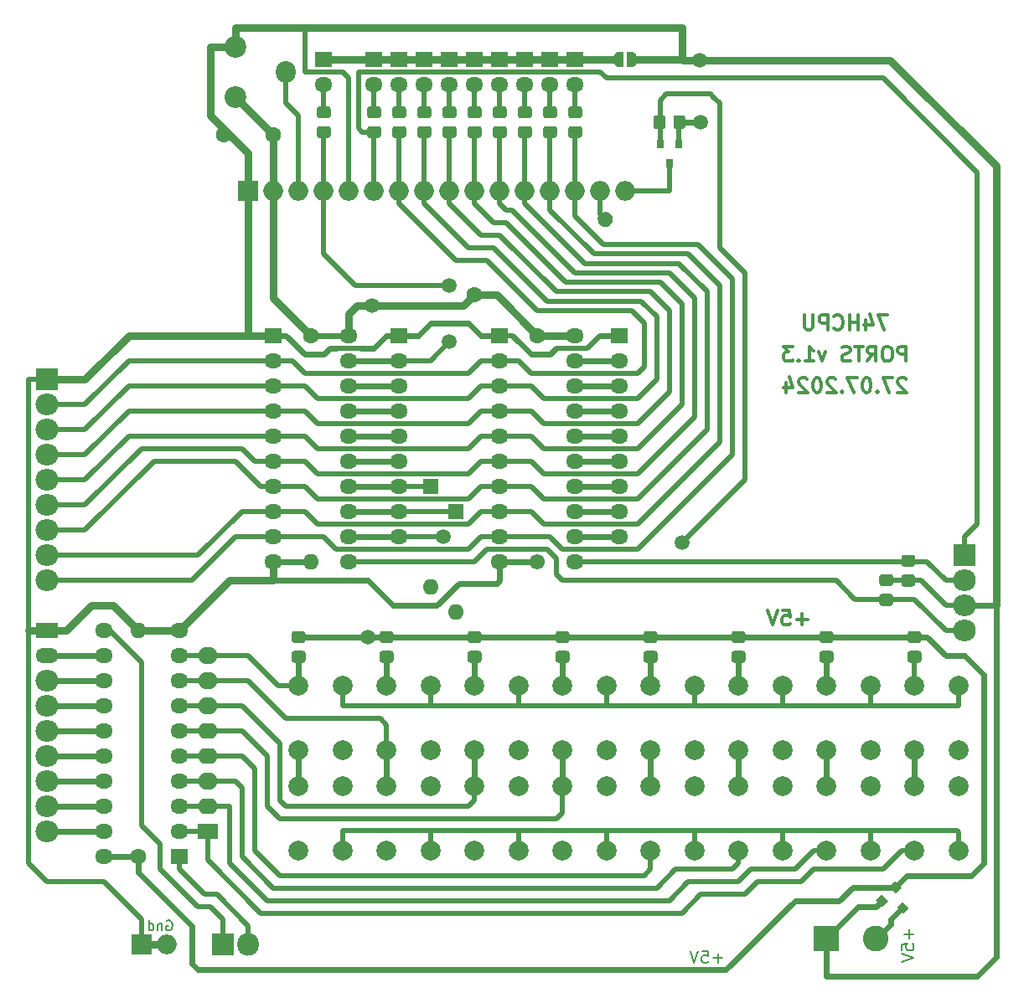
<source format=gbr>
%TF.GenerationSoftware,KiCad,Pcbnew,(5.1.8)-1*%
%TF.CreationDate,2024-08-14T23:41:03+03:00*%
%TF.ProjectId,Ports,506f7274-732e-46b6-9963-61645f706362,rev?*%
%TF.SameCoordinates,Original*%
%TF.FileFunction,Copper,L2,Bot*%
%TF.FilePolarity,Positive*%
%FSLAX46Y46*%
G04 Gerber Fmt 4.6, Leading zero omitted, Abs format (unit mm)*
G04 Created by KiCad (PCBNEW (5.1.8)-1) date 2024-08-14 23:41:03*
%MOMM*%
%LPD*%
G01*
G04 APERTURE LIST*
%TA.AperFunction,NonConductor*%
%ADD10C,0.200000*%
%TD*%
%TA.AperFunction,NonConductor*%
%ADD11C,0.150000*%
%TD*%
%TA.AperFunction,NonConductor*%
%ADD12C,0.300000*%
%TD*%
%TA.AperFunction,ComponentPad*%
%ADD13O,1.600000X1.600000*%
%TD*%
%TA.AperFunction,ComponentPad*%
%ADD14R,1.600000X1.600000*%
%TD*%
%TA.AperFunction,ComponentPad*%
%ADD15O,2.300000X2.200000*%
%TD*%
%TA.AperFunction,ComponentPad*%
%ADD16R,2.300000X2.200000*%
%TD*%
%TA.AperFunction,ComponentPad*%
%ADD17O,2.200000X2.300000*%
%TD*%
%TA.AperFunction,ComponentPad*%
%ADD18R,2.200000X2.300000*%
%TD*%
%TA.AperFunction,ComponentPad*%
%ADD19O,2.300000X1.500000*%
%TD*%
%TA.AperFunction,ComponentPad*%
%ADD20R,2.300000X1.500000*%
%TD*%
%TA.AperFunction,SMDPad,CuDef*%
%ADD21C,0.100000*%
%TD*%
%TA.AperFunction,SMDPad,CuDef*%
%ADD22R,0.800000X0.900000*%
%TD*%
%TA.AperFunction,ComponentPad*%
%ADD23C,1.600000*%
%TD*%
%TA.AperFunction,ComponentPad*%
%ADD24O,1.600000X1.500000*%
%TD*%
%TA.AperFunction,ComponentPad*%
%ADD25O,2.000000X2.000000*%
%TD*%
%TA.AperFunction,ComponentPad*%
%ADD26R,2.000000X2.000000*%
%TD*%
%TA.AperFunction,ComponentPad*%
%ADD27C,2.000000*%
%TD*%
%TA.AperFunction,ComponentPad*%
%ADD28O,1.800000X1.500000*%
%TD*%
%TA.AperFunction,ComponentPad*%
%ADD29R,1.800000X1.500000*%
%TD*%
%TA.AperFunction,ComponentPad*%
%ADD30R,2.600000X2.600000*%
%TD*%
%TA.AperFunction,ComponentPad*%
%ADD31C,2.600000*%
%TD*%
%TA.AperFunction,ComponentPad*%
%ADD32O,2.000000X2.200000*%
%TD*%
%TA.AperFunction,ComponentPad*%
%ADD33C,2.200000*%
%TD*%
%TA.AperFunction,ComponentPad*%
%ADD34R,2.000000X1.600000*%
%TD*%
%TA.AperFunction,ComponentPad*%
%ADD35O,2.000000X1.600000*%
%TD*%
%TA.AperFunction,ComponentPad*%
%ADD36O,2.000000X1.700000*%
%TD*%
%TA.AperFunction,ViaPad*%
%ADD37C,1.500000*%
%TD*%
%TA.AperFunction,Conductor*%
%ADD38C,0.600000*%
%TD*%
%TA.AperFunction,Conductor*%
%ADD39C,0.800000*%
%TD*%
%TA.AperFunction,Conductor*%
%ADD40C,0.500000*%
%TD*%
G04 APERTURE END LIST*
D10*
X113937857Y-114385714D02*
X113023571Y-114385714D01*
X113480714Y-114842857D02*
X113480714Y-113928571D01*
X111880714Y-113642857D02*
X112452142Y-113642857D01*
X112509285Y-114214285D01*
X112452142Y-114157142D01*
X112337857Y-114100000D01*
X112052142Y-114100000D01*
X111937857Y-114157142D01*
X111880714Y-114214285D01*
X111823571Y-114328571D01*
X111823571Y-114614285D01*
X111880714Y-114728571D01*
X111937857Y-114785714D01*
X112052142Y-114842857D01*
X112337857Y-114842857D01*
X112452142Y-114785714D01*
X112509285Y-114728571D01*
X111480714Y-113642857D02*
X111080714Y-114842857D01*
X110680714Y-113642857D01*
D11*
X57792857Y-110625000D02*
X57888095Y-110577380D01*
X58030952Y-110577380D01*
X58173809Y-110625000D01*
X58269047Y-110720238D01*
X58316666Y-110815476D01*
X58364285Y-111005952D01*
X58364285Y-111148809D01*
X58316666Y-111339285D01*
X58269047Y-111434523D01*
X58173809Y-111529761D01*
X58030952Y-111577380D01*
X57935714Y-111577380D01*
X57792857Y-111529761D01*
X57745238Y-111482142D01*
X57745238Y-111148809D01*
X57935714Y-111148809D01*
X57316666Y-110910714D02*
X57316666Y-111577380D01*
X57316666Y-111005952D02*
X57269047Y-110958333D01*
X57173809Y-110910714D01*
X57030952Y-110910714D01*
X56935714Y-110958333D01*
X56888095Y-111053571D01*
X56888095Y-111577380D01*
X55983333Y-111577380D02*
X55983333Y-110577380D01*
X55983333Y-111529761D02*
X56078571Y-111577380D01*
X56269047Y-111577380D01*
X56364285Y-111529761D01*
X56411904Y-111482142D01*
X56459523Y-111386904D01*
X56459523Y-111101190D01*
X56411904Y-111005952D01*
X56364285Y-110958333D01*
X56269047Y-110910714D01*
X56078571Y-110910714D01*
X55983333Y-110958333D01*
D10*
X132800714Y-111487142D02*
X132800714Y-112401428D01*
X133257857Y-111944285D02*
X132343571Y-111944285D01*
X132057857Y-113544285D02*
X132057857Y-112972857D01*
X132629285Y-112915714D01*
X132572142Y-112972857D01*
X132515000Y-113087142D01*
X132515000Y-113372857D01*
X132572142Y-113487142D01*
X132629285Y-113544285D01*
X132743571Y-113601428D01*
X133029285Y-113601428D01*
X133143571Y-113544285D01*
X133200714Y-113487142D01*
X133257857Y-113372857D01*
X133257857Y-113087142D01*
X133200714Y-112972857D01*
X133143571Y-112915714D01*
X132057857Y-113944285D02*
X133257857Y-114344285D01*
X132057857Y-114744285D01*
D12*
X122578571Y-80117142D02*
X121435714Y-80117142D01*
X122007142Y-80688571D02*
X122007142Y-79545714D01*
X120007142Y-79188571D02*
X120721428Y-79188571D01*
X120792857Y-79902857D01*
X120721428Y-79831428D01*
X120578571Y-79760000D01*
X120221428Y-79760000D01*
X120078571Y-79831428D01*
X120007142Y-79902857D01*
X119935714Y-80045714D01*
X119935714Y-80402857D01*
X120007142Y-80545714D01*
X120078571Y-80617142D01*
X120221428Y-80688571D01*
X120578571Y-80688571D01*
X120721428Y-80617142D01*
X120792857Y-80545714D01*
X119507142Y-79188571D02*
X119007142Y-80688571D01*
X118507142Y-79188571D01*
X132507857Y-55836428D02*
X132436428Y-55765000D01*
X132293571Y-55693571D01*
X131936428Y-55693571D01*
X131793571Y-55765000D01*
X131722142Y-55836428D01*
X131650714Y-55979285D01*
X131650714Y-56122142D01*
X131722142Y-56336428D01*
X132579285Y-57193571D01*
X131650714Y-57193571D01*
X131150714Y-55693571D02*
X130150714Y-55693571D01*
X130793571Y-57193571D01*
X129579285Y-57050714D02*
X129507857Y-57122142D01*
X129579285Y-57193571D01*
X129650714Y-57122142D01*
X129579285Y-57050714D01*
X129579285Y-57193571D01*
X128579285Y-55693571D02*
X128436428Y-55693571D01*
X128293571Y-55765000D01*
X128222142Y-55836428D01*
X128150714Y-55979285D01*
X128079285Y-56265000D01*
X128079285Y-56622142D01*
X128150714Y-56907857D01*
X128222142Y-57050714D01*
X128293571Y-57122142D01*
X128436428Y-57193571D01*
X128579285Y-57193571D01*
X128722142Y-57122142D01*
X128793571Y-57050714D01*
X128865000Y-56907857D01*
X128936428Y-56622142D01*
X128936428Y-56265000D01*
X128865000Y-55979285D01*
X128793571Y-55836428D01*
X128722142Y-55765000D01*
X128579285Y-55693571D01*
X127579285Y-55693571D02*
X126579285Y-55693571D01*
X127222142Y-57193571D01*
X126007857Y-57050714D02*
X125936428Y-57122142D01*
X126007857Y-57193571D01*
X126079285Y-57122142D01*
X126007857Y-57050714D01*
X126007857Y-57193571D01*
X125365000Y-55836428D02*
X125293571Y-55765000D01*
X125150714Y-55693571D01*
X124793571Y-55693571D01*
X124650714Y-55765000D01*
X124579285Y-55836428D01*
X124507857Y-55979285D01*
X124507857Y-56122142D01*
X124579285Y-56336428D01*
X125436428Y-57193571D01*
X124507857Y-57193571D01*
X123579285Y-55693571D02*
X123436428Y-55693571D01*
X123293571Y-55765000D01*
X123222142Y-55836428D01*
X123150714Y-55979285D01*
X123079285Y-56265000D01*
X123079285Y-56622142D01*
X123150714Y-56907857D01*
X123222142Y-57050714D01*
X123293571Y-57122142D01*
X123436428Y-57193571D01*
X123579285Y-57193571D01*
X123722142Y-57122142D01*
X123793571Y-57050714D01*
X123865000Y-56907857D01*
X123936428Y-56622142D01*
X123936428Y-56265000D01*
X123865000Y-55979285D01*
X123793571Y-55836428D01*
X123722142Y-55765000D01*
X123579285Y-55693571D01*
X122507857Y-55836428D02*
X122436428Y-55765000D01*
X122293571Y-55693571D01*
X121936428Y-55693571D01*
X121793571Y-55765000D01*
X121722142Y-55836428D01*
X121650714Y-55979285D01*
X121650714Y-56122142D01*
X121722142Y-56336428D01*
X122579285Y-57193571D01*
X121650714Y-57193571D01*
X120365000Y-56193571D02*
X120365000Y-57193571D01*
X120722142Y-55622142D02*
X121079285Y-56693571D01*
X120150714Y-56693571D01*
X132507857Y-54018571D02*
X132507857Y-52518571D01*
X131936428Y-52518571D01*
X131793571Y-52590000D01*
X131722142Y-52661428D01*
X131650714Y-52804285D01*
X131650714Y-53018571D01*
X131722142Y-53161428D01*
X131793571Y-53232857D01*
X131936428Y-53304285D01*
X132507857Y-53304285D01*
X130722142Y-52518571D02*
X130436428Y-52518571D01*
X130293571Y-52590000D01*
X130150714Y-52732857D01*
X130079285Y-53018571D01*
X130079285Y-53518571D01*
X130150714Y-53804285D01*
X130293571Y-53947142D01*
X130436428Y-54018571D01*
X130722142Y-54018571D01*
X130865000Y-53947142D01*
X131007857Y-53804285D01*
X131079285Y-53518571D01*
X131079285Y-53018571D01*
X131007857Y-52732857D01*
X130865000Y-52590000D01*
X130722142Y-52518571D01*
X128579285Y-54018571D02*
X129079285Y-53304285D01*
X129436428Y-54018571D02*
X129436428Y-52518571D01*
X128865000Y-52518571D01*
X128722142Y-52590000D01*
X128650714Y-52661428D01*
X128579285Y-52804285D01*
X128579285Y-53018571D01*
X128650714Y-53161428D01*
X128722142Y-53232857D01*
X128865000Y-53304285D01*
X129436428Y-53304285D01*
X128150714Y-52518571D02*
X127293571Y-52518571D01*
X127722142Y-54018571D02*
X127722142Y-52518571D01*
X126865000Y-53947142D02*
X126650714Y-54018571D01*
X126293571Y-54018571D01*
X126150714Y-53947142D01*
X126079285Y-53875714D01*
X126007857Y-53732857D01*
X126007857Y-53590000D01*
X126079285Y-53447142D01*
X126150714Y-53375714D01*
X126293571Y-53304285D01*
X126579285Y-53232857D01*
X126722142Y-53161428D01*
X126793571Y-53090000D01*
X126865000Y-52947142D01*
X126865000Y-52804285D01*
X126793571Y-52661428D01*
X126722142Y-52590000D01*
X126579285Y-52518571D01*
X126222142Y-52518571D01*
X126007857Y-52590000D01*
X124365000Y-53018571D02*
X124007857Y-54018571D01*
X123650714Y-53018571D01*
X122293571Y-54018571D02*
X123150714Y-54018571D01*
X122722142Y-54018571D02*
X122722142Y-52518571D01*
X122865000Y-52732857D01*
X123007857Y-52875714D01*
X123150714Y-52947142D01*
X121650714Y-53875714D02*
X121579285Y-53947142D01*
X121650714Y-54018571D01*
X121722142Y-53947142D01*
X121650714Y-53875714D01*
X121650714Y-54018571D01*
X121079285Y-52518571D02*
X120150714Y-52518571D01*
X120650714Y-53090000D01*
X120436428Y-53090000D01*
X120293571Y-53161428D01*
X120222142Y-53232857D01*
X120150714Y-53375714D01*
X120150714Y-53732857D01*
X120222142Y-53875714D01*
X120293571Y-53947142D01*
X120436428Y-54018571D01*
X120865000Y-54018571D01*
X121007857Y-53947142D01*
X121079285Y-53875714D01*
X130650714Y-49343571D02*
X129650714Y-49343571D01*
X130293571Y-50843571D01*
X128436428Y-49843571D02*
X128436428Y-50843571D01*
X128793571Y-49272142D02*
X129150714Y-50343571D01*
X128222142Y-50343571D01*
X127650714Y-50843571D02*
X127650714Y-49343571D01*
X127650714Y-50057857D02*
X126793571Y-50057857D01*
X126793571Y-50843571D02*
X126793571Y-49343571D01*
X125222142Y-50700714D02*
X125293571Y-50772142D01*
X125507857Y-50843571D01*
X125650714Y-50843571D01*
X125865000Y-50772142D01*
X126007857Y-50629285D01*
X126079285Y-50486428D01*
X126150714Y-50200714D01*
X126150714Y-49986428D01*
X126079285Y-49700714D01*
X126007857Y-49557857D01*
X125865000Y-49415000D01*
X125650714Y-49343571D01*
X125507857Y-49343571D01*
X125293571Y-49415000D01*
X125222142Y-49486428D01*
X124579285Y-50843571D02*
X124579285Y-49343571D01*
X124007857Y-49343571D01*
X123865000Y-49415000D01*
X123793571Y-49486428D01*
X123722142Y-49629285D01*
X123722142Y-49843571D01*
X123793571Y-49986428D01*
X123865000Y-50057857D01*
X124007857Y-50129285D01*
X124579285Y-50129285D01*
X123079285Y-49343571D02*
X123079285Y-50557857D01*
X123007857Y-50700714D01*
X122936428Y-50772142D01*
X122793571Y-50843571D01*
X122507857Y-50843571D01*
X122365000Y-50772142D01*
X122293571Y-50700714D01*
X122222142Y-50557857D01*
X122222142Y-49343571D01*
D13*
%TO.P,D28,2*%
%TO.N,Net-(D12-Pad2)*%
X86995000Y-79375000D03*
D14*
%TO.P,D28,1*%
%TO.N,/P0.6*%
X86995000Y-69215000D03*
%TD*%
D13*
%TO.P,D27,2*%
%TO.N,Net-(D11-Pad2)*%
X84455000Y-76835000D03*
D14*
%TO.P,D27,1*%
%TO.N,/P0.5*%
X84455000Y-66675000D03*
%TD*%
D15*
%TO.P,J1,9*%
%TO.N,/D7*%
X45720000Y-76200000D03*
%TO.P,J1,8*%
%TO.N,/D6*%
X45720000Y-73660000D03*
%TO.P,J1,7*%
%TO.N,/D5*%
X45720000Y-71120000D03*
%TO.P,J1,6*%
%TO.N,/D4*%
X45720000Y-68580000D03*
%TO.P,J1,5*%
%TO.N,/D3*%
X45720000Y-66040000D03*
%TO.P,J1,4*%
%TO.N,/D2*%
X45720000Y-63500000D03*
%TO.P,J1,3*%
%TO.N,/D1*%
X45720000Y-60960000D03*
%TO.P,J1,2*%
%TO.N,/D0*%
X45720000Y-58420000D03*
D16*
%TO.P,J1,1*%
%TO.N,GND*%
X45720000Y-55880000D03*
%TD*%
D17*
%TO.P,J7,2*%
%TO.N,/IN0.OE*%
X66040000Y-113030000D03*
D18*
%TO.P,J7,1*%
%TO.N,/IN0.C*%
X63500000Y-113030000D03*
%TD*%
D15*
%TO.P,J6,9*%
%TO.N,/BUS7*%
X45720000Y-101600000D03*
%TO.P,J6,8*%
%TO.N,/BUS6*%
X45720000Y-99060000D03*
%TO.P,J6,7*%
%TO.N,/BUS5*%
X45720000Y-96520000D03*
%TO.P,J6,6*%
%TO.N,/BUS4*%
X45720000Y-93980000D03*
%TO.P,J6,5*%
%TO.N,/BUS3*%
X45720000Y-91440000D03*
%TO.P,J6,4*%
%TO.N,/BUS2*%
X45720000Y-88900000D03*
%TO.P,J6,3*%
%TO.N,/BUS1*%
X45720000Y-86360000D03*
D19*
%TO.P,J6,2*%
%TO.N,/BUS0*%
X45720000Y-83820000D03*
D20*
%TO.P,J6,1*%
%TO.N,GND*%
X45720000Y-81280000D03*
%TD*%
D15*
%TO.P,J5,4*%
%TO.N,/OUT0*%
X138430000Y-81280000D03*
%TO.P,J5,3*%
%TO.N,GND*%
X138430000Y-78740000D03*
%TO.P,J5,2*%
%TO.N,/OUT1*%
X138430000Y-76200000D03*
D16*
%TO.P,J5,1*%
%TO.N,/OUT2*%
X138430000Y-73660000D03*
%TD*%
%TA.AperFunction,SMDPad,CuDef*%
D21*
%TO.P,Q2,3*%
%TO.N,Net-(J4-Pad2)*%
G36*
X131551066Y-109256752D02*
G01*
X132116752Y-108691066D01*
X132753148Y-109327462D01*
X132187462Y-109893148D01*
X131551066Y-109256752D01*
G37*
%TD.AperFunction*%
%TA.AperFunction,SMDPad,CuDef*%
%TO.P,Q2,2*%
%TO.N,VCC*%
G36*
X130808604Y-107170787D02*
G01*
X131374290Y-106605101D01*
X132010686Y-107241497D01*
X131445000Y-107807183D01*
X130808604Y-107170787D01*
G37*
%TD.AperFunction*%
%TA.AperFunction,SMDPad,CuDef*%
%TO.P,Q2,1*%
%TO.N,GND*%
G36*
X129465101Y-108514290D02*
G01*
X130030787Y-107948604D01*
X130667183Y-108585000D01*
X130101497Y-109150686D01*
X129465101Y-108514290D01*
G37*
%TD.AperFunction*%
%TD*%
%TO.P,R22,2*%
%TO.N,GND*%
%TA.AperFunction,SMDPad,CuDef*%
G36*
G01*
X108985000Y-30295001D02*
X108985000Y-29394999D01*
G75*
G02*
X109234999Y-29145000I249999J0D01*
G01*
X109935001Y-29145000D01*
G75*
G02*
X110185000Y-29394999I0J-249999D01*
G01*
X110185000Y-30295001D01*
G75*
G02*
X109935001Y-30545000I-249999J0D01*
G01*
X109234999Y-30545000D01*
G75*
G02*
X108985000Y-30295001I0J249999D01*
G01*
G37*
%TD.AperFunction*%
%TO.P,R22,1*%
%TO.N,/P0.7*%
%TA.AperFunction,SMDPad,CuDef*%
G36*
G01*
X106985000Y-30295001D02*
X106985000Y-29394999D01*
G75*
G02*
X107234999Y-29145000I249999J0D01*
G01*
X107935001Y-29145000D01*
G75*
G02*
X108185000Y-29394999I0J-249999D01*
G01*
X108185000Y-30295001D01*
G75*
G02*
X107935001Y-30545000I-249999J0D01*
G01*
X107234999Y-30545000D01*
G75*
G02*
X106985000Y-30295001I0J249999D01*
G01*
G37*
%TD.AperFunction*%
%TD*%
D22*
%TO.P,Q1,3*%
%TO.N,Net-(DS1-Pad16)*%
X108585000Y-34020000D03*
%TO.P,Q1,2*%
%TO.N,GND*%
X109535000Y-32020000D03*
%TO.P,Q1,1*%
%TO.N,/P0.7*%
X107635000Y-32020000D03*
%TD*%
D23*
%TO.P,C4,2*%
%TO.N,GND*%
X63580000Y-31115000D03*
%TO.P,C4,1*%
%TO.N,VCC*%
X68580000Y-31115000D03*
%TD*%
D13*
%TO.P,C3,2*%
%TO.N,GND*%
X54927500Y-81280000D03*
D23*
%TO.P,C3,1*%
%TO.N,VCC*%
X54927500Y-104140000D03*
%TD*%
D13*
%TO.P,C2,2*%
%TO.N,GND*%
X72390000Y-74295000D03*
D23*
%TO.P,C2,1*%
%TO.N,VCC*%
X72390000Y-51435000D03*
%TD*%
D24*
%TO.P,C1,2*%
%TO.N,GND*%
X95250000Y-74295000D03*
D23*
%TO.P,C1,1*%
%TO.N,VCC*%
X95250000Y-51435000D03*
%TD*%
D25*
%TO.P,J9,2*%
%TO.N,GND*%
X57785000Y-113030000D03*
D26*
%TO.P,J9,1*%
X55245000Y-113030000D03*
%TD*%
%TA.AperFunction,SMDPad,CuDef*%
D21*
%TO.P,JP1,2*%
%TO.N,GND*%
G36*
X104775000Y-22745602D02*
G01*
X104799534Y-22745602D01*
X104848365Y-22750412D01*
X104896490Y-22759984D01*
X104943445Y-22774228D01*
X104988778Y-22793005D01*
X105032051Y-22816136D01*
X105072850Y-22843396D01*
X105110779Y-22874524D01*
X105145476Y-22909221D01*
X105176604Y-22947150D01*
X105203864Y-22987949D01*
X105226995Y-23031222D01*
X105245772Y-23076555D01*
X105260016Y-23123510D01*
X105269588Y-23171635D01*
X105274398Y-23220466D01*
X105274398Y-23245000D01*
X105275000Y-23245000D01*
X105275000Y-23745000D01*
X105274398Y-23745000D01*
X105274398Y-23769534D01*
X105269588Y-23818365D01*
X105260016Y-23866490D01*
X105245772Y-23913445D01*
X105226995Y-23958778D01*
X105203864Y-24002051D01*
X105176604Y-24042850D01*
X105145476Y-24080779D01*
X105110779Y-24115476D01*
X105072850Y-24146604D01*
X105032051Y-24173864D01*
X104988778Y-24196995D01*
X104943445Y-24215772D01*
X104896490Y-24230016D01*
X104848365Y-24239588D01*
X104799534Y-24244398D01*
X104775000Y-24244398D01*
X104775000Y-24245000D01*
X104275000Y-24245000D01*
X104275000Y-22745000D01*
X104775000Y-22745000D01*
X104775000Y-22745602D01*
G37*
%TD.AperFunction*%
%TA.AperFunction,SMDPad,CuDef*%
%TO.P,JP1,1*%
%TO.N,Net-(D1-Pad1)*%
G36*
X103975000Y-24245000D02*
G01*
X103475000Y-24245000D01*
X103475000Y-24244398D01*
X103450466Y-24244398D01*
X103401635Y-24239588D01*
X103353510Y-24230016D01*
X103306555Y-24215772D01*
X103261222Y-24196995D01*
X103217949Y-24173864D01*
X103177150Y-24146604D01*
X103139221Y-24115476D01*
X103104524Y-24080779D01*
X103073396Y-24042850D01*
X103046136Y-24002051D01*
X103023005Y-23958778D01*
X103004228Y-23913445D01*
X102989984Y-23866490D01*
X102980412Y-23818365D01*
X102975602Y-23769534D01*
X102975602Y-23745000D01*
X102975000Y-23745000D01*
X102975000Y-23245000D01*
X102975602Y-23245000D01*
X102975602Y-23220466D01*
X102980412Y-23171635D01*
X102989984Y-23123510D01*
X103004228Y-23076555D01*
X103023005Y-23031222D01*
X103046136Y-22987949D01*
X103073396Y-22947150D01*
X103104524Y-22909221D01*
X103139221Y-22874524D01*
X103177150Y-22843396D01*
X103217949Y-22816136D01*
X103261222Y-22793005D01*
X103306555Y-22774228D01*
X103353510Y-22759984D01*
X103401635Y-22750412D01*
X103450466Y-22745602D01*
X103475000Y-22745602D01*
X103475000Y-22745000D01*
X103975000Y-22745000D01*
X103975000Y-24245000D01*
G37*
%TD.AperFunction*%
%TD*%
D27*
%TO.P,D26,1*%
%TO.N,/IN0.0*%
X71120000Y-86845000D03*
%TO.P,D26,2*%
%TO.N,Net-(D12-Pad2)*%
X75620000Y-86845000D03*
%TO.P,D26,1*%
%TO.N,/IN0.0*%
X71120000Y-93345000D03*
%TO.P,D26,2*%
%TO.N,Net-(D12-Pad2)*%
X75620000Y-93345000D03*
%TD*%
%TO.P,D25,1*%
%TO.N,/IN0.0*%
X71120000Y-97005000D03*
%TO.P,D25,2*%
%TO.N,Net-(D11-Pad2)*%
X75620000Y-97005000D03*
%TO.P,D25,1*%
%TO.N,/IN0.0*%
X71120000Y-103505000D03*
%TO.P,D25,2*%
%TO.N,Net-(D11-Pad2)*%
X75620000Y-103505000D03*
%TD*%
%TO.P,D24,1*%
%TO.N,/IN0.1*%
X80010000Y-86845000D03*
%TO.P,D24,2*%
%TO.N,Net-(D12-Pad2)*%
X84510000Y-86845000D03*
%TO.P,D24,1*%
%TO.N,/IN0.1*%
X80010000Y-93345000D03*
%TO.P,D24,2*%
%TO.N,Net-(D12-Pad2)*%
X84510000Y-93345000D03*
%TD*%
%TO.P,D23,1*%
%TO.N,/IN0.1*%
X80010000Y-97005000D03*
%TO.P,D23,2*%
%TO.N,Net-(D11-Pad2)*%
X84510000Y-97005000D03*
%TO.P,D23,1*%
%TO.N,/IN0.1*%
X80010000Y-103505000D03*
%TO.P,D23,2*%
%TO.N,Net-(D11-Pad2)*%
X84510000Y-103505000D03*
%TD*%
%TO.P,D22,1*%
%TO.N,/IN0.2*%
X88900000Y-86845000D03*
%TO.P,D22,2*%
%TO.N,Net-(D12-Pad2)*%
X93400000Y-86845000D03*
%TO.P,D22,1*%
%TO.N,/IN0.2*%
X88900000Y-93345000D03*
%TO.P,D22,2*%
%TO.N,Net-(D12-Pad2)*%
X93400000Y-93345000D03*
%TD*%
%TO.P,D21,1*%
%TO.N,/IN0.2*%
X88900000Y-97005000D03*
%TO.P,D21,2*%
%TO.N,Net-(D11-Pad2)*%
X93400000Y-97005000D03*
%TO.P,D21,1*%
%TO.N,/IN0.2*%
X88900000Y-103505000D03*
%TO.P,D21,2*%
%TO.N,Net-(D11-Pad2)*%
X93400000Y-103505000D03*
%TD*%
%TO.P,D20,1*%
%TO.N,/IN0.3*%
X97790000Y-86845000D03*
%TO.P,D20,2*%
%TO.N,Net-(D12-Pad2)*%
X102290000Y-86845000D03*
%TO.P,D20,1*%
%TO.N,/IN0.3*%
X97790000Y-93345000D03*
%TO.P,D20,2*%
%TO.N,Net-(D12-Pad2)*%
X102290000Y-93345000D03*
%TD*%
%TO.P,D19,1*%
%TO.N,/IN0.3*%
X97790000Y-97005000D03*
%TO.P,D19,2*%
%TO.N,Net-(D11-Pad2)*%
X102290000Y-97005000D03*
%TO.P,D19,1*%
%TO.N,/IN0.3*%
X97790000Y-103505000D03*
%TO.P,D19,2*%
%TO.N,Net-(D11-Pad2)*%
X102290000Y-103505000D03*
%TD*%
%TO.P,D18,1*%
%TO.N,/IN0.4*%
X106680000Y-86845000D03*
%TO.P,D18,2*%
%TO.N,Net-(D12-Pad2)*%
X111180000Y-86845000D03*
%TO.P,D18,1*%
%TO.N,/IN0.4*%
X106680000Y-93345000D03*
%TO.P,D18,2*%
%TO.N,Net-(D12-Pad2)*%
X111180000Y-93345000D03*
%TD*%
%TO.P,D17,1*%
%TO.N,/IN0.4*%
X106680000Y-97005000D03*
%TO.P,D17,2*%
%TO.N,Net-(D11-Pad2)*%
X111180000Y-97005000D03*
%TO.P,D17,1*%
%TO.N,/IN0.4*%
X106680000Y-103505000D03*
%TO.P,D17,2*%
%TO.N,Net-(D11-Pad2)*%
X111180000Y-103505000D03*
%TD*%
%TO.P,D16,1*%
%TO.N,/IN0.5*%
X115570000Y-86845000D03*
%TO.P,D16,2*%
%TO.N,Net-(D12-Pad2)*%
X120070000Y-86845000D03*
%TO.P,D16,1*%
%TO.N,/IN0.5*%
X115570000Y-93345000D03*
%TO.P,D16,2*%
%TO.N,Net-(D12-Pad2)*%
X120070000Y-93345000D03*
%TD*%
%TO.P,D15,1*%
%TO.N,/IN0.5*%
X115570000Y-97005000D03*
%TO.P,D15,2*%
%TO.N,Net-(D11-Pad2)*%
X120070000Y-97005000D03*
%TO.P,D15,1*%
%TO.N,/IN0.5*%
X115570000Y-103505000D03*
%TO.P,D15,2*%
%TO.N,Net-(D11-Pad2)*%
X120070000Y-103505000D03*
%TD*%
%TO.P,D14,1*%
%TO.N,/IN0.6*%
X124460000Y-86845000D03*
%TO.P,D14,2*%
%TO.N,Net-(D12-Pad2)*%
X128960000Y-86845000D03*
%TO.P,D14,1*%
%TO.N,/IN0.6*%
X124460000Y-93345000D03*
%TO.P,D14,2*%
%TO.N,Net-(D12-Pad2)*%
X128960000Y-93345000D03*
%TD*%
%TO.P,D13,1*%
%TO.N,/IN0.6*%
X124460000Y-97005000D03*
%TO.P,D13,2*%
%TO.N,Net-(D11-Pad2)*%
X128960000Y-97005000D03*
%TO.P,D13,1*%
%TO.N,/IN0.6*%
X124460000Y-103505000D03*
%TO.P,D13,2*%
%TO.N,Net-(D11-Pad2)*%
X128960000Y-103505000D03*
%TD*%
%TO.P,D12,1*%
%TO.N,/IN0.7*%
X133350000Y-86845000D03*
%TO.P,D12,2*%
%TO.N,Net-(D12-Pad2)*%
X137850000Y-86845000D03*
%TO.P,D12,1*%
%TO.N,/IN0.7*%
X133350000Y-93345000D03*
%TO.P,D12,2*%
%TO.N,Net-(D12-Pad2)*%
X137850000Y-93345000D03*
%TD*%
%TO.P,D11,1*%
%TO.N,/IN0.7*%
X133350000Y-97005000D03*
%TO.P,D11,2*%
%TO.N,Net-(D11-Pad2)*%
X137850000Y-97005000D03*
%TO.P,D11,1*%
%TO.N,/IN0.7*%
X133350000Y-103505000D03*
%TO.P,D11,2*%
%TO.N,Net-(D11-Pad2)*%
X137850000Y-103505000D03*
%TD*%
D28*
%TO.P,U3,20*%
%TO.N,VCC*%
X51435000Y-104140000D03*
%TO.P,U3,10*%
%TO.N,GND*%
X59055000Y-81280000D03*
%TO.P,U3,19*%
%TO.N,/BUS7*%
X51435000Y-101600000D03*
%TO.P,U3,9*%
%TO.N,/IN0.0*%
X59055000Y-83820000D03*
%TO.P,U3,18*%
%TO.N,/BUS6*%
X51435000Y-99060000D03*
%TO.P,U3,8*%
%TO.N,/IN0.1*%
X59055000Y-86360000D03*
%TO.P,U3,17*%
%TO.N,/BUS5*%
X51435000Y-96520000D03*
%TO.P,U3,7*%
%TO.N,/IN0.2*%
X59055000Y-88900000D03*
%TO.P,U3,16*%
%TO.N,/BUS4*%
X51435000Y-93980000D03*
%TO.P,U3,6*%
%TO.N,/IN0.3*%
X59055000Y-91440000D03*
%TO.P,U3,15*%
%TO.N,/BUS3*%
X51435000Y-91440000D03*
%TO.P,U3,5*%
%TO.N,/IN0.4*%
X59055000Y-93980000D03*
%TO.P,U3,14*%
%TO.N,/BUS2*%
X51435000Y-88900000D03*
%TO.P,U3,4*%
%TO.N,/IN0.5*%
X59055000Y-96520000D03*
%TO.P,U3,13*%
%TO.N,/BUS1*%
X51435000Y-86360000D03*
%TO.P,U3,3*%
%TO.N,/IN0.6*%
X59055000Y-99060000D03*
%TO.P,U3,12*%
%TO.N,/BUS0*%
X51435000Y-83820000D03*
%TO.P,U3,2*%
%TO.N,/IN0.7*%
X59055000Y-101600000D03*
%TO.P,U3,11*%
%TO.N,/IN0.C*%
X51435000Y-81280000D03*
D29*
%TO.P,U3,1*%
%TO.N,/IN0.OE*%
X59055000Y-104140000D03*
%TD*%
%TO.P,R21,2*%
%TO.N,VCC*%
%TA.AperFunction,SMDPad,CuDef*%
G36*
G01*
X71570001Y-82515000D02*
X70669999Y-82515000D01*
G75*
G02*
X70420000Y-82265001I0J249999D01*
G01*
X70420000Y-81564999D01*
G75*
G02*
X70669999Y-81315000I249999J0D01*
G01*
X71570001Y-81315000D01*
G75*
G02*
X71820000Y-81564999I0J-249999D01*
G01*
X71820000Y-82265001D01*
G75*
G02*
X71570001Y-82515000I-249999J0D01*
G01*
G37*
%TD.AperFunction*%
%TO.P,R21,1*%
%TO.N,/IN0.0*%
%TA.AperFunction,SMDPad,CuDef*%
G36*
G01*
X71570001Y-84515000D02*
X70669999Y-84515000D01*
G75*
G02*
X70420000Y-84265001I0J249999D01*
G01*
X70420000Y-83564999D01*
G75*
G02*
X70669999Y-83315000I249999J0D01*
G01*
X71570001Y-83315000D01*
G75*
G02*
X71820000Y-83564999I0J-249999D01*
G01*
X71820000Y-84265001D01*
G75*
G02*
X71570001Y-84515000I-249999J0D01*
G01*
G37*
%TD.AperFunction*%
%TD*%
%TO.P,R20,2*%
%TO.N,VCC*%
%TA.AperFunction,SMDPad,CuDef*%
G36*
G01*
X80460001Y-82515000D02*
X79559999Y-82515000D01*
G75*
G02*
X79310000Y-82265001I0J249999D01*
G01*
X79310000Y-81564999D01*
G75*
G02*
X79559999Y-81315000I249999J0D01*
G01*
X80460001Y-81315000D01*
G75*
G02*
X80710000Y-81564999I0J-249999D01*
G01*
X80710000Y-82265001D01*
G75*
G02*
X80460001Y-82515000I-249999J0D01*
G01*
G37*
%TD.AperFunction*%
%TO.P,R20,1*%
%TO.N,/IN0.1*%
%TA.AperFunction,SMDPad,CuDef*%
G36*
G01*
X80460001Y-84515000D02*
X79559999Y-84515000D01*
G75*
G02*
X79310000Y-84265001I0J249999D01*
G01*
X79310000Y-83564999D01*
G75*
G02*
X79559999Y-83315000I249999J0D01*
G01*
X80460001Y-83315000D01*
G75*
G02*
X80710000Y-83564999I0J-249999D01*
G01*
X80710000Y-84265001D01*
G75*
G02*
X80460001Y-84515000I-249999J0D01*
G01*
G37*
%TD.AperFunction*%
%TD*%
%TO.P,R19,2*%
%TO.N,VCC*%
%TA.AperFunction,SMDPad,CuDef*%
G36*
G01*
X89350001Y-82515000D02*
X88449999Y-82515000D01*
G75*
G02*
X88200000Y-82265001I0J249999D01*
G01*
X88200000Y-81564999D01*
G75*
G02*
X88449999Y-81315000I249999J0D01*
G01*
X89350001Y-81315000D01*
G75*
G02*
X89600000Y-81564999I0J-249999D01*
G01*
X89600000Y-82265001D01*
G75*
G02*
X89350001Y-82515000I-249999J0D01*
G01*
G37*
%TD.AperFunction*%
%TO.P,R19,1*%
%TO.N,/IN0.2*%
%TA.AperFunction,SMDPad,CuDef*%
G36*
G01*
X89350001Y-84515000D02*
X88449999Y-84515000D01*
G75*
G02*
X88200000Y-84265001I0J249999D01*
G01*
X88200000Y-83564999D01*
G75*
G02*
X88449999Y-83315000I249999J0D01*
G01*
X89350001Y-83315000D01*
G75*
G02*
X89600000Y-83564999I0J-249999D01*
G01*
X89600000Y-84265001D01*
G75*
G02*
X89350001Y-84515000I-249999J0D01*
G01*
G37*
%TD.AperFunction*%
%TD*%
%TO.P,R18,2*%
%TO.N,VCC*%
%TA.AperFunction,SMDPad,CuDef*%
G36*
G01*
X98240001Y-82515000D02*
X97339999Y-82515000D01*
G75*
G02*
X97090000Y-82265001I0J249999D01*
G01*
X97090000Y-81564999D01*
G75*
G02*
X97339999Y-81315000I249999J0D01*
G01*
X98240001Y-81315000D01*
G75*
G02*
X98490000Y-81564999I0J-249999D01*
G01*
X98490000Y-82265001D01*
G75*
G02*
X98240001Y-82515000I-249999J0D01*
G01*
G37*
%TD.AperFunction*%
%TO.P,R18,1*%
%TO.N,/IN0.3*%
%TA.AperFunction,SMDPad,CuDef*%
G36*
G01*
X98240001Y-84515000D02*
X97339999Y-84515000D01*
G75*
G02*
X97090000Y-84265001I0J249999D01*
G01*
X97090000Y-83564999D01*
G75*
G02*
X97339999Y-83315000I249999J0D01*
G01*
X98240001Y-83315000D01*
G75*
G02*
X98490000Y-83564999I0J-249999D01*
G01*
X98490000Y-84265001D01*
G75*
G02*
X98240001Y-84515000I-249999J0D01*
G01*
G37*
%TD.AperFunction*%
%TD*%
%TO.P,R17,2*%
%TO.N,VCC*%
%TA.AperFunction,SMDPad,CuDef*%
G36*
G01*
X107130001Y-82515000D02*
X106229999Y-82515000D01*
G75*
G02*
X105980000Y-82265001I0J249999D01*
G01*
X105980000Y-81564999D01*
G75*
G02*
X106229999Y-81315000I249999J0D01*
G01*
X107130001Y-81315000D01*
G75*
G02*
X107380000Y-81564999I0J-249999D01*
G01*
X107380000Y-82265001D01*
G75*
G02*
X107130001Y-82515000I-249999J0D01*
G01*
G37*
%TD.AperFunction*%
%TO.P,R17,1*%
%TO.N,/IN0.4*%
%TA.AperFunction,SMDPad,CuDef*%
G36*
G01*
X107130001Y-84515000D02*
X106229999Y-84515000D01*
G75*
G02*
X105980000Y-84265001I0J249999D01*
G01*
X105980000Y-83564999D01*
G75*
G02*
X106229999Y-83315000I249999J0D01*
G01*
X107130001Y-83315000D01*
G75*
G02*
X107380000Y-83564999I0J-249999D01*
G01*
X107380000Y-84265001D01*
G75*
G02*
X107130001Y-84515000I-249999J0D01*
G01*
G37*
%TD.AperFunction*%
%TD*%
%TO.P,R16,2*%
%TO.N,VCC*%
%TA.AperFunction,SMDPad,CuDef*%
G36*
G01*
X116020001Y-82515000D02*
X115119999Y-82515000D01*
G75*
G02*
X114870000Y-82265001I0J249999D01*
G01*
X114870000Y-81564999D01*
G75*
G02*
X115119999Y-81315000I249999J0D01*
G01*
X116020001Y-81315000D01*
G75*
G02*
X116270000Y-81564999I0J-249999D01*
G01*
X116270000Y-82265001D01*
G75*
G02*
X116020001Y-82515000I-249999J0D01*
G01*
G37*
%TD.AperFunction*%
%TO.P,R16,1*%
%TO.N,/IN0.5*%
%TA.AperFunction,SMDPad,CuDef*%
G36*
G01*
X116020001Y-84515000D02*
X115119999Y-84515000D01*
G75*
G02*
X114870000Y-84265001I0J249999D01*
G01*
X114870000Y-83564999D01*
G75*
G02*
X115119999Y-83315000I249999J0D01*
G01*
X116020001Y-83315000D01*
G75*
G02*
X116270000Y-83564999I0J-249999D01*
G01*
X116270000Y-84265001D01*
G75*
G02*
X116020001Y-84515000I-249999J0D01*
G01*
G37*
%TD.AperFunction*%
%TD*%
%TO.P,R15,2*%
%TO.N,VCC*%
%TA.AperFunction,SMDPad,CuDef*%
G36*
G01*
X124910001Y-82515000D02*
X124009999Y-82515000D01*
G75*
G02*
X123760000Y-82265001I0J249999D01*
G01*
X123760000Y-81564999D01*
G75*
G02*
X124009999Y-81315000I249999J0D01*
G01*
X124910001Y-81315000D01*
G75*
G02*
X125160000Y-81564999I0J-249999D01*
G01*
X125160000Y-82265001D01*
G75*
G02*
X124910001Y-82515000I-249999J0D01*
G01*
G37*
%TD.AperFunction*%
%TO.P,R15,1*%
%TO.N,/IN0.6*%
%TA.AperFunction,SMDPad,CuDef*%
G36*
G01*
X124910001Y-84515000D02*
X124009999Y-84515000D01*
G75*
G02*
X123760000Y-84265001I0J249999D01*
G01*
X123760000Y-83564999D01*
G75*
G02*
X124009999Y-83315000I249999J0D01*
G01*
X124910001Y-83315000D01*
G75*
G02*
X125160000Y-83564999I0J-249999D01*
G01*
X125160000Y-84265001D01*
G75*
G02*
X124910001Y-84515000I-249999J0D01*
G01*
G37*
%TD.AperFunction*%
%TD*%
%TO.P,R14,2*%
%TO.N,VCC*%
%TA.AperFunction,SMDPad,CuDef*%
G36*
G01*
X133800001Y-82515000D02*
X132899999Y-82515000D01*
G75*
G02*
X132650000Y-82265001I0J249999D01*
G01*
X132650000Y-81564999D01*
G75*
G02*
X132899999Y-81315000I249999J0D01*
G01*
X133800001Y-81315000D01*
G75*
G02*
X134050000Y-81564999I0J-249999D01*
G01*
X134050000Y-82265001D01*
G75*
G02*
X133800001Y-82515000I-249999J0D01*
G01*
G37*
%TD.AperFunction*%
%TO.P,R14,1*%
%TO.N,/IN0.7*%
%TA.AperFunction,SMDPad,CuDef*%
G36*
G01*
X133800001Y-84515000D02*
X132899999Y-84515000D01*
G75*
G02*
X132650000Y-84265001I0J249999D01*
G01*
X132650000Y-83564999D01*
G75*
G02*
X132899999Y-83315000I249999J0D01*
G01*
X133800001Y-83315000D01*
G75*
G02*
X134050000Y-83564999I0J-249999D01*
G01*
X134050000Y-84265001D01*
G75*
G02*
X133800001Y-84515000I-249999J0D01*
G01*
G37*
%TD.AperFunction*%
%TD*%
%TO.P,R1,2*%
%TO.N,Net-(DS1-Pad15)*%
%TA.AperFunction,ComponentPad*%
G36*
G01*
X101405407Y-40087500D02*
X101405407Y-40087500D01*
G75*
G02*
X101698227Y-38994680I692820J400000D01*
G01*
X101698227Y-38994680D01*
G75*
G02*
X102791047Y-39287500I400000J-692820D01*
G01*
X102791047Y-39287500D01*
G75*
G02*
X102498227Y-40380320I-692820J-400000D01*
G01*
X102498227Y-40380320D01*
G75*
G02*
X101405407Y-40087500I-400000J692820D01*
G01*
G37*
%TD.AperFunction*%
D23*
%TO.P,R1,1*%
%TO.N,VCC*%
X88900000Y-47307500D03*
%TD*%
%TO.P,R13,2*%
%TO.N,/D7*%
%TA.AperFunction,SMDPad,CuDef*%
G36*
G01*
X98609999Y-30245000D02*
X99510001Y-30245000D01*
G75*
G02*
X99760000Y-30494999I0J-249999D01*
G01*
X99760000Y-31195001D01*
G75*
G02*
X99510001Y-31445000I-249999J0D01*
G01*
X98609999Y-31445000D01*
G75*
G02*
X98360000Y-31195001I0J249999D01*
G01*
X98360000Y-30494999D01*
G75*
G02*
X98609999Y-30245000I249999J0D01*
G01*
G37*
%TD.AperFunction*%
%TO.P,R13,1*%
%TO.N,Net-(D10-Pad2)*%
%TA.AperFunction,SMDPad,CuDef*%
G36*
G01*
X98609999Y-28245000D02*
X99510001Y-28245000D01*
G75*
G02*
X99760000Y-28494999I0J-249999D01*
G01*
X99760000Y-29195001D01*
G75*
G02*
X99510001Y-29445000I-249999J0D01*
G01*
X98609999Y-29445000D01*
G75*
G02*
X98360000Y-29195001I0J249999D01*
G01*
X98360000Y-28494999D01*
G75*
G02*
X98609999Y-28245000I249999J0D01*
G01*
G37*
%TD.AperFunction*%
%TD*%
%TO.P,R12,2*%
%TO.N,/P0.0*%
%TA.AperFunction,SMDPad,CuDef*%
G36*
G01*
X73209999Y-30245000D02*
X74110001Y-30245000D01*
G75*
G02*
X74360000Y-30494999I0J-249999D01*
G01*
X74360000Y-31195001D01*
G75*
G02*
X74110001Y-31445000I-249999J0D01*
G01*
X73209999Y-31445000D01*
G75*
G02*
X72960000Y-31195001I0J249999D01*
G01*
X72960000Y-30494999D01*
G75*
G02*
X73209999Y-30245000I249999J0D01*
G01*
G37*
%TD.AperFunction*%
%TO.P,R12,1*%
%TO.N,Net-(D9-Pad2)*%
%TA.AperFunction,SMDPad,CuDef*%
G36*
G01*
X73209999Y-28245000D02*
X74110001Y-28245000D01*
G75*
G02*
X74360000Y-28494999I0J-249999D01*
G01*
X74360000Y-29195001D01*
G75*
G02*
X74110001Y-29445000I-249999J0D01*
G01*
X73209999Y-29445000D01*
G75*
G02*
X72960000Y-29195001I0J249999D01*
G01*
X72960000Y-28494999D01*
G75*
G02*
X73209999Y-28245000I249999J0D01*
G01*
G37*
%TD.AperFunction*%
%TD*%
%TO.P,R11,2*%
%TO.N,/D6*%
%TA.AperFunction,SMDPad,CuDef*%
G36*
G01*
X96069999Y-30245000D02*
X96970001Y-30245000D01*
G75*
G02*
X97220000Y-30494999I0J-249999D01*
G01*
X97220000Y-31195001D01*
G75*
G02*
X96970001Y-31445000I-249999J0D01*
G01*
X96069999Y-31445000D01*
G75*
G02*
X95820000Y-31195001I0J249999D01*
G01*
X95820000Y-30494999D01*
G75*
G02*
X96069999Y-30245000I249999J0D01*
G01*
G37*
%TD.AperFunction*%
%TO.P,R11,1*%
%TO.N,Net-(D8-Pad2)*%
%TA.AperFunction,SMDPad,CuDef*%
G36*
G01*
X96069999Y-28245000D02*
X96970001Y-28245000D01*
G75*
G02*
X97220000Y-28494999I0J-249999D01*
G01*
X97220000Y-29195001D01*
G75*
G02*
X96970001Y-29445000I-249999J0D01*
G01*
X96069999Y-29445000D01*
G75*
G02*
X95820000Y-29195001I0J249999D01*
G01*
X95820000Y-28494999D01*
G75*
G02*
X96069999Y-28245000I249999J0D01*
G01*
G37*
%TD.AperFunction*%
%TD*%
%TO.P,R10,2*%
%TO.N,/OUT2*%
%TA.AperFunction,SMDPad,CuDef*%
G36*
G01*
X78289999Y-30245000D02*
X79190001Y-30245000D01*
G75*
G02*
X79440000Y-30494999I0J-249999D01*
G01*
X79440000Y-31195001D01*
G75*
G02*
X79190001Y-31445000I-249999J0D01*
G01*
X78289999Y-31445000D01*
G75*
G02*
X78040000Y-31195001I0J249999D01*
G01*
X78040000Y-30494999D01*
G75*
G02*
X78289999Y-30245000I249999J0D01*
G01*
G37*
%TD.AperFunction*%
%TO.P,R10,1*%
%TO.N,Net-(D7-Pad2)*%
%TA.AperFunction,SMDPad,CuDef*%
G36*
G01*
X78289999Y-28245000D02*
X79190001Y-28245000D01*
G75*
G02*
X79440000Y-28494999I0J-249999D01*
G01*
X79440000Y-29195001D01*
G75*
G02*
X79190001Y-29445000I-249999J0D01*
G01*
X78289999Y-29445000D01*
G75*
G02*
X78040000Y-29195001I0J249999D01*
G01*
X78040000Y-28494999D01*
G75*
G02*
X78289999Y-28245000I249999J0D01*
G01*
G37*
%TD.AperFunction*%
%TD*%
%TO.P,R9,2*%
%TO.N,/D5*%
%TA.AperFunction,SMDPad,CuDef*%
G36*
G01*
X93529999Y-30245000D02*
X94430001Y-30245000D01*
G75*
G02*
X94680000Y-30494999I0J-249999D01*
G01*
X94680000Y-31195001D01*
G75*
G02*
X94430001Y-31445000I-249999J0D01*
G01*
X93529999Y-31445000D01*
G75*
G02*
X93280000Y-31195001I0J249999D01*
G01*
X93280000Y-30494999D01*
G75*
G02*
X93529999Y-30245000I249999J0D01*
G01*
G37*
%TD.AperFunction*%
%TO.P,R9,1*%
%TO.N,Net-(D6-Pad2)*%
%TA.AperFunction,SMDPad,CuDef*%
G36*
G01*
X93529999Y-28245000D02*
X94430001Y-28245000D01*
G75*
G02*
X94680000Y-28494999I0J-249999D01*
G01*
X94680000Y-29195001D01*
G75*
G02*
X94430001Y-29445000I-249999J0D01*
G01*
X93529999Y-29445000D01*
G75*
G02*
X93280000Y-29195001I0J249999D01*
G01*
X93280000Y-28494999D01*
G75*
G02*
X93529999Y-28245000I249999J0D01*
G01*
G37*
%TD.AperFunction*%
%TD*%
%TO.P,R8,2*%
%TO.N,/D4*%
%TA.AperFunction,SMDPad,CuDef*%
G36*
G01*
X90989999Y-30245000D02*
X91890001Y-30245000D01*
G75*
G02*
X92140000Y-30494999I0J-249999D01*
G01*
X92140000Y-31195001D01*
G75*
G02*
X91890001Y-31445000I-249999J0D01*
G01*
X90989999Y-31445000D01*
G75*
G02*
X90740000Y-31195001I0J249999D01*
G01*
X90740000Y-30494999D01*
G75*
G02*
X90989999Y-30245000I249999J0D01*
G01*
G37*
%TD.AperFunction*%
%TO.P,R8,1*%
%TO.N,Net-(D5-Pad2)*%
%TA.AperFunction,SMDPad,CuDef*%
G36*
G01*
X90989999Y-28245000D02*
X91890001Y-28245000D01*
G75*
G02*
X92140000Y-28494999I0J-249999D01*
G01*
X92140000Y-29195001D01*
G75*
G02*
X91890001Y-29445000I-249999J0D01*
G01*
X90989999Y-29445000D01*
G75*
G02*
X90740000Y-29195001I0J249999D01*
G01*
X90740000Y-28494999D01*
G75*
G02*
X90989999Y-28245000I249999J0D01*
G01*
G37*
%TD.AperFunction*%
%TD*%
%TO.P,R7,2*%
%TO.N,/D3*%
%TA.AperFunction,SMDPad,CuDef*%
G36*
G01*
X88449999Y-30245000D02*
X89350001Y-30245000D01*
G75*
G02*
X89600000Y-30494999I0J-249999D01*
G01*
X89600000Y-31195001D01*
G75*
G02*
X89350001Y-31445000I-249999J0D01*
G01*
X88449999Y-31445000D01*
G75*
G02*
X88200000Y-31195001I0J249999D01*
G01*
X88200000Y-30494999D01*
G75*
G02*
X88449999Y-30245000I249999J0D01*
G01*
G37*
%TD.AperFunction*%
%TO.P,R7,1*%
%TO.N,Net-(D4-Pad2)*%
%TA.AperFunction,SMDPad,CuDef*%
G36*
G01*
X88449999Y-28245000D02*
X89350001Y-28245000D01*
G75*
G02*
X89600000Y-28494999I0J-249999D01*
G01*
X89600000Y-29195001D01*
G75*
G02*
X89350001Y-29445000I-249999J0D01*
G01*
X88449999Y-29445000D01*
G75*
G02*
X88200000Y-29195001I0J249999D01*
G01*
X88200000Y-28494999D01*
G75*
G02*
X88449999Y-28245000I249999J0D01*
G01*
G37*
%TD.AperFunction*%
%TD*%
%TO.P,R6,2*%
%TO.N,/D2*%
%TA.AperFunction,SMDPad,CuDef*%
G36*
G01*
X85909999Y-30245000D02*
X86810001Y-30245000D01*
G75*
G02*
X87060000Y-30494999I0J-249999D01*
G01*
X87060000Y-31195001D01*
G75*
G02*
X86810001Y-31445000I-249999J0D01*
G01*
X85909999Y-31445000D01*
G75*
G02*
X85660000Y-31195001I0J249999D01*
G01*
X85660000Y-30494999D01*
G75*
G02*
X85909999Y-30245000I249999J0D01*
G01*
G37*
%TD.AperFunction*%
%TO.P,R6,1*%
%TO.N,Net-(D3-Pad2)*%
%TA.AperFunction,SMDPad,CuDef*%
G36*
G01*
X85909999Y-28245000D02*
X86810001Y-28245000D01*
G75*
G02*
X87060000Y-28494999I0J-249999D01*
G01*
X87060000Y-29195001D01*
G75*
G02*
X86810001Y-29445000I-249999J0D01*
G01*
X85909999Y-29445000D01*
G75*
G02*
X85660000Y-29195001I0J249999D01*
G01*
X85660000Y-28494999D01*
G75*
G02*
X85909999Y-28245000I249999J0D01*
G01*
G37*
%TD.AperFunction*%
%TD*%
%TO.P,R5,2*%
%TO.N,/D1*%
%TA.AperFunction,SMDPad,CuDef*%
G36*
G01*
X83369999Y-30245000D02*
X84270001Y-30245000D01*
G75*
G02*
X84520000Y-30494999I0J-249999D01*
G01*
X84520000Y-31195001D01*
G75*
G02*
X84270001Y-31445000I-249999J0D01*
G01*
X83369999Y-31445000D01*
G75*
G02*
X83120000Y-31195001I0J249999D01*
G01*
X83120000Y-30494999D01*
G75*
G02*
X83369999Y-30245000I249999J0D01*
G01*
G37*
%TD.AperFunction*%
%TO.P,R5,1*%
%TO.N,Net-(D2-Pad2)*%
%TA.AperFunction,SMDPad,CuDef*%
G36*
G01*
X83369999Y-28245000D02*
X84270001Y-28245000D01*
G75*
G02*
X84520000Y-28494999I0J-249999D01*
G01*
X84520000Y-29195001D01*
G75*
G02*
X84270001Y-29445000I-249999J0D01*
G01*
X83369999Y-29445000D01*
G75*
G02*
X83120000Y-29195001I0J249999D01*
G01*
X83120000Y-28494999D01*
G75*
G02*
X83369999Y-28245000I249999J0D01*
G01*
G37*
%TD.AperFunction*%
%TD*%
%TO.P,R4,2*%
%TO.N,/D0*%
%TA.AperFunction,SMDPad,CuDef*%
G36*
G01*
X80829999Y-30245000D02*
X81730001Y-30245000D01*
G75*
G02*
X81980000Y-30494999I0J-249999D01*
G01*
X81980000Y-31195001D01*
G75*
G02*
X81730001Y-31445000I-249999J0D01*
G01*
X80829999Y-31445000D01*
G75*
G02*
X80580000Y-31195001I0J249999D01*
G01*
X80580000Y-30494999D01*
G75*
G02*
X80829999Y-30245000I249999J0D01*
G01*
G37*
%TD.AperFunction*%
%TO.P,R4,1*%
%TO.N,Net-(D1-Pad2)*%
%TA.AperFunction,SMDPad,CuDef*%
G36*
G01*
X80829999Y-28245000D02*
X81730001Y-28245000D01*
G75*
G02*
X81980000Y-28494999I0J-249999D01*
G01*
X81980000Y-29195001D01*
G75*
G02*
X81730001Y-29445000I-249999J0D01*
G01*
X80829999Y-29445000D01*
G75*
G02*
X80580000Y-29195001I0J249999D01*
G01*
X80580000Y-28494999D01*
G75*
G02*
X80829999Y-28245000I249999J0D01*
G01*
G37*
%TD.AperFunction*%
%TD*%
D28*
%TO.P,D10,2*%
%TO.N,Net-(D10-Pad2)*%
X99060000Y-26035000D03*
D29*
%TO.P,D10,1*%
%TO.N,Net-(D1-Pad1)*%
X99060000Y-23495000D03*
%TD*%
D28*
%TO.P,D9,2*%
%TO.N,Net-(D9-Pad2)*%
X73660000Y-26035000D03*
D29*
%TO.P,D9,1*%
%TO.N,Net-(D1-Pad1)*%
X73660000Y-23495000D03*
%TD*%
D28*
%TO.P,D8,2*%
%TO.N,Net-(D8-Pad2)*%
X96520000Y-26035000D03*
D29*
%TO.P,D8,1*%
%TO.N,Net-(D1-Pad1)*%
X96520000Y-23495000D03*
%TD*%
D28*
%TO.P,D7,2*%
%TO.N,Net-(D7-Pad2)*%
X78740000Y-26035000D03*
D29*
%TO.P,D7,1*%
%TO.N,Net-(D1-Pad1)*%
X78740000Y-23495000D03*
%TD*%
D28*
%TO.P,D6,2*%
%TO.N,Net-(D6-Pad2)*%
X93980000Y-26035000D03*
D29*
%TO.P,D6,1*%
%TO.N,Net-(D1-Pad1)*%
X93980000Y-23495000D03*
%TD*%
D28*
%TO.P,D5,2*%
%TO.N,Net-(D5-Pad2)*%
X91440000Y-26035000D03*
D29*
%TO.P,D5,1*%
%TO.N,Net-(D1-Pad1)*%
X91440000Y-23495000D03*
%TD*%
D28*
%TO.P,D4,2*%
%TO.N,Net-(D4-Pad2)*%
X88900000Y-26035000D03*
D29*
%TO.P,D4,1*%
%TO.N,Net-(D1-Pad1)*%
X88900000Y-23495000D03*
%TD*%
D28*
%TO.P,D3,2*%
%TO.N,Net-(D3-Pad2)*%
X86360000Y-26035000D03*
D29*
%TO.P,D3,1*%
%TO.N,Net-(D1-Pad1)*%
X86360000Y-23495000D03*
%TD*%
D28*
%TO.P,D2,2*%
%TO.N,Net-(D2-Pad2)*%
X83820000Y-26035000D03*
D29*
%TO.P,D2,1*%
%TO.N,Net-(D1-Pad1)*%
X83820000Y-23495000D03*
%TD*%
D28*
%TO.P,D1,2*%
%TO.N,Net-(D1-Pad2)*%
X81280000Y-26035000D03*
D29*
%TO.P,D1,1*%
%TO.N,Net-(D1-Pad1)*%
X81280000Y-23495000D03*
%TD*%
%TO.P,R3,2*%
%TO.N,GND*%
%TA.AperFunction,SMDPad,CuDef*%
G36*
G01*
X132264999Y-75600000D02*
X133165001Y-75600000D01*
G75*
G02*
X133415000Y-75849999I0J-249999D01*
G01*
X133415000Y-76550001D01*
G75*
G02*
X133165001Y-76800000I-249999J0D01*
G01*
X132264999Y-76800000D01*
G75*
G02*
X132015000Y-76550001I0J249999D01*
G01*
X132015000Y-75849999D01*
G75*
G02*
X132264999Y-75600000I249999J0D01*
G01*
G37*
%TD.AperFunction*%
%TO.P,R3,1*%
%TO.N,/OUT1*%
%TA.AperFunction,SMDPad,CuDef*%
G36*
G01*
X132264999Y-73600000D02*
X133165001Y-73600000D01*
G75*
G02*
X133415000Y-73849999I0J-249999D01*
G01*
X133415000Y-74550001D01*
G75*
G02*
X133165001Y-74800000I-249999J0D01*
G01*
X132264999Y-74800000D01*
G75*
G02*
X132015000Y-74550001I0J249999D01*
G01*
X132015000Y-73849999D01*
G75*
G02*
X132264999Y-73600000I249999J0D01*
G01*
G37*
%TD.AperFunction*%
%TD*%
%TO.P,R2,2*%
%TO.N,GND*%
%TA.AperFunction,SMDPad,CuDef*%
G36*
G01*
X130942501Y-76752500D02*
X130042499Y-76752500D01*
G75*
G02*
X129792500Y-76502501I0J249999D01*
G01*
X129792500Y-75802499D01*
G75*
G02*
X130042499Y-75552500I249999J0D01*
G01*
X130942501Y-75552500D01*
G75*
G02*
X131192500Y-75802499I0J-249999D01*
G01*
X131192500Y-76502501D01*
G75*
G02*
X130942501Y-76752500I-249999J0D01*
G01*
G37*
%TD.AperFunction*%
%TO.P,R2,1*%
%TO.N,/OUT0*%
%TA.AperFunction,SMDPad,CuDef*%
G36*
G01*
X130942501Y-78752500D02*
X130042499Y-78752500D01*
G75*
G02*
X129792500Y-78502501I0J249999D01*
G01*
X129792500Y-77802499D01*
G75*
G02*
X130042499Y-77552500I249999J0D01*
G01*
X130942501Y-77552500D01*
G75*
G02*
X131192500Y-77802499I0J-249999D01*
G01*
X131192500Y-78502501D01*
G75*
G02*
X130942501Y-78752500I-249999J0D01*
G01*
G37*
%TD.AperFunction*%
%TD*%
D25*
%TO.P,DS1,16*%
%TO.N,Net-(DS1-Pad16)*%
X104140000Y-36830000D03*
%TO.P,DS1,15*%
%TO.N,Net-(DS1-Pad15)*%
X101600000Y-36830000D03*
%TO.P,DS1,14*%
%TO.N,/D7*%
X99060000Y-36830000D03*
%TO.P,DS1,13*%
%TO.N,/D6*%
X96520000Y-36830000D03*
%TO.P,DS1,12*%
%TO.N,/D5*%
X93980000Y-36830000D03*
%TO.P,DS1,11*%
%TO.N,/D4*%
X91440000Y-36830000D03*
%TO.P,DS1,10*%
%TO.N,/D3*%
X88900000Y-36830000D03*
%TO.P,DS1,9*%
%TO.N,/D2*%
X86360000Y-36830000D03*
%TO.P,DS1,8*%
%TO.N,/D1*%
X83820000Y-36830000D03*
%TO.P,DS1,7*%
%TO.N,/D0*%
X81280000Y-36830000D03*
%TO.P,DS1,6*%
%TO.N,/OUT2*%
X78740000Y-36830000D03*
%TO.P,DS1,5*%
%TO.N,GND*%
X76200000Y-36830000D03*
%TO.P,DS1,4*%
%TO.N,/P0.0*%
X73660000Y-36830000D03*
%TO.P,DS1,3*%
%TO.N,Net-(DS1-Pad3)*%
X71120000Y-36830000D03*
%TO.P,DS1,2*%
%TO.N,VCC*%
X68580000Y-36830000D03*
D26*
%TO.P,DS1,1*%
%TO.N,GND*%
X66040000Y-36830000D03*
%TD*%
D28*
%TO.P,J2,9*%
%TO.N,/P0.7*%
X81280000Y-71755000D03*
%TO.P,J2,8*%
%TO.N,/P0.6*%
X81280000Y-69215000D03*
%TO.P,J2,7*%
%TO.N,/P0.5*%
X81280000Y-66675000D03*
%TO.P,J2,6*%
%TO.N,/P0.4*%
X81280000Y-64135000D03*
%TO.P,J2,5*%
%TO.N,/P0.3*%
X81280000Y-61595000D03*
%TO.P,J2,4*%
%TO.N,/P0.2*%
X81280000Y-59055000D03*
%TO.P,J2,3*%
%TO.N,/P0.1*%
X81280000Y-56515000D03*
%TO.P,J2,2*%
%TO.N,/P0.0*%
X81280000Y-53975000D03*
D29*
%TO.P,J2,1*%
%TO.N,GND*%
X81280000Y-51435000D03*
%TD*%
%TO.P,J3,1*%
%TO.N,GND*%
X103505000Y-51435000D03*
D28*
%TO.P,J3,2*%
%TO.N,/P1.0*%
X103505000Y-53975000D03*
%TO.P,J3,3*%
%TO.N,/P1.1*%
X103505000Y-56515000D03*
%TO.P,J3,4*%
%TO.N,/P1.2*%
X103505000Y-59055000D03*
%TO.P,J3,5*%
%TO.N,/P1.3*%
X103505000Y-61595000D03*
%TO.P,J3,6*%
%TO.N,/P1.4*%
X103505000Y-64135000D03*
%TO.P,J3,7*%
%TO.N,/P1.5*%
X103505000Y-66675000D03*
%TO.P,J3,8*%
%TO.N,/P1.6*%
X103505000Y-69215000D03*
%TO.P,J3,9*%
%TO.N,/P1.7*%
X103505000Y-71755000D03*
%TD*%
D30*
%TO.P,J4,1*%
%TO.N,GND*%
X124460000Y-112395000D03*
D31*
%TO.P,J4,2*%
%TO.N,Net-(J4-Pad2)*%
X129460000Y-112395000D03*
%TD*%
D32*
%TO.P,RV1,2*%
%TO.N,Net-(DS1-Pad3)*%
X69850000Y-24765000D03*
D33*
%TO.P,RV1,1*%
%TO.N,GND*%
X64770000Y-22225000D03*
%TO.P,RV1,3*%
%TO.N,VCC*%
X64770000Y-27305000D03*
%TD*%
D29*
%TO.P,U1,1*%
%TO.N,GND*%
X68580000Y-51435000D03*
D28*
%TO.P,U1,11*%
%TO.N,/OUT0*%
X76200000Y-74295000D03*
%TO.P,U1,2*%
%TO.N,/D0*%
X68580000Y-53975000D03*
%TO.P,U1,12*%
%TO.N,/P0.7*%
X76200000Y-71755000D03*
%TO.P,U1,3*%
%TO.N,/D1*%
X68580000Y-56515000D03*
%TO.P,U1,13*%
%TO.N,/P0.6*%
X76200000Y-69215000D03*
%TO.P,U1,4*%
%TO.N,/D2*%
X68580000Y-59055000D03*
%TO.P,U1,14*%
%TO.N,/P0.5*%
X76200000Y-66675000D03*
%TO.P,U1,5*%
%TO.N,/D3*%
X68580000Y-61595000D03*
%TO.P,U1,15*%
%TO.N,/P0.4*%
X76200000Y-64135000D03*
%TO.P,U1,6*%
%TO.N,/D4*%
X68580000Y-64135000D03*
%TO.P,U1,16*%
%TO.N,/P0.3*%
X76200000Y-61595000D03*
%TO.P,U1,7*%
%TO.N,/D5*%
X68580000Y-66675000D03*
%TO.P,U1,17*%
%TO.N,/P0.2*%
X76200000Y-59055000D03*
%TO.P,U1,8*%
%TO.N,/D6*%
X68580000Y-69215000D03*
%TO.P,U1,18*%
%TO.N,/P0.1*%
X76200000Y-56515000D03*
%TO.P,U1,9*%
%TO.N,/D7*%
X68580000Y-71755000D03*
%TO.P,U1,19*%
%TO.N,/P0.0*%
X76200000Y-53975000D03*
%TO.P,U1,10*%
%TO.N,GND*%
X68580000Y-74295000D03*
%TO.P,U1,20*%
%TO.N,VCC*%
X76200000Y-51435000D03*
%TD*%
%TO.P,U2,20*%
%TO.N,VCC*%
X99060000Y-51435000D03*
%TO.P,U2,10*%
%TO.N,GND*%
X91440000Y-74295000D03*
%TO.P,U2,19*%
%TO.N,/P1.0*%
X99060000Y-53975000D03*
%TO.P,U2,9*%
%TO.N,/D7*%
X91440000Y-71755000D03*
%TO.P,U2,18*%
%TO.N,/P1.1*%
X99060000Y-56515000D03*
%TO.P,U2,8*%
%TO.N,/D6*%
X91440000Y-69215000D03*
%TO.P,U2,17*%
%TO.N,/P1.2*%
X99060000Y-59055000D03*
%TO.P,U2,7*%
%TO.N,/D5*%
X91440000Y-66675000D03*
%TO.P,U2,16*%
%TO.N,/P1.3*%
X99060000Y-61595000D03*
%TO.P,U2,6*%
%TO.N,/D4*%
X91440000Y-64135000D03*
%TO.P,U2,15*%
%TO.N,/P1.4*%
X99060000Y-64135000D03*
%TO.P,U2,5*%
%TO.N,/D3*%
X91440000Y-61595000D03*
%TO.P,U2,14*%
%TO.N,/P1.5*%
X99060000Y-66675000D03*
%TO.P,U2,4*%
%TO.N,/D2*%
X91440000Y-59055000D03*
%TO.P,U2,13*%
%TO.N,/P1.6*%
X99060000Y-69215000D03*
%TO.P,U2,3*%
%TO.N,/D1*%
X91440000Y-56515000D03*
%TO.P,U2,12*%
%TO.N,/P1.7*%
X99060000Y-71755000D03*
%TO.P,U2,2*%
%TO.N,/D0*%
X91440000Y-53975000D03*
%TO.P,U2,11*%
%TO.N,/OUT1*%
X99060000Y-74295000D03*
D29*
%TO.P,U2,1*%
%TO.N,GND*%
X91440000Y-51435000D03*
%TD*%
D34*
%TO.P,J8,1*%
%TO.N,/IN0.7*%
X61912500Y-101600000D03*
D35*
%TO.P,J8,2*%
%TO.N,/IN0.6*%
X61912500Y-99060000D03*
D36*
%TO.P,J8,3*%
%TO.N,/IN0.5*%
X61912500Y-96520000D03*
D35*
%TO.P,J8,4*%
%TO.N,/IN0.4*%
X61912500Y-93980000D03*
%TO.P,J8,5*%
%TO.N,/IN0.3*%
X61912500Y-91440000D03*
D36*
%TO.P,J8,6*%
%TO.N,/IN0.2*%
X61912500Y-88900000D03*
%TO.P,J8,7*%
%TO.N,/IN0.1*%
X61912500Y-86360000D03*
%TO.P,J8,8*%
%TO.N,/IN0.0*%
X61912500Y-83820000D03*
%TD*%
D37*
%TO.N,VCC*%
X78581250Y-48418750D03*
X78105000Y-81915000D03*
%TO.N,GND*%
X111760000Y-29845000D03*
X111680000Y-23575000D03*
%TO.N,/P0.7*%
X85725000Y-71755000D03*
X109855000Y-72390000D03*
%TO.N,/P0.0*%
X86360000Y-52070000D03*
X86360000Y-46355000D03*
%TD*%
D38*
%TO.N,VCC*%
X71120000Y-81915000D02*
X78105000Y-81915000D01*
X80010000Y-81915000D02*
X88900000Y-81915000D01*
X88900000Y-81915000D02*
X97790000Y-81915000D01*
X97790000Y-81915000D02*
X106680000Y-81915000D01*
X115570000Y-81915000D02*
X124460000Y-81915000D01*
D39*
X64770000Y-27305000D02*
X68580000Y-31115000D01*
X68580000Y-31115000D02*
X68580000Y-36830000D01*
D38*
X54927500Y-104140000D02*
X51335000Y-104140000D01*
D39*
X95250000Y-51435000D02*
X99060000Y-51435000D01*
D38*
X76200000Y-51435000D02*
X72390000Y-51435000D01*
D39*
X68580000Y-47625000D02*
X72390000Y-51435000D01*
X68580000Y-36830000D02*
X68580000Y-47625000D01*
D38*
X133350000Y-81915000D02*
X124460000Y-81915000D01*
X54927500Y-104140000D02*
X54927500Y-105727500D01*
X54927500Y-105727500D02*
X60325000Y-111125000D01*
X60325000Y-111125000D02*
X60325000Y-113665000D01*
X60325000Y-113665000D02*
X60325000Y-114935000D01*
X60325000Y-114935000D02*
X60960000Y-115570000D01*
X125730000Y-108585000D02*
X121285000Y-108585000D01*
X127108858Y-107206142D02*
X125730000Y-108585000D01*
X121285000Y-108585000D02*
X114300000Y-115570000D01*
X131409645Y-107206142D02*
X127108858Y-107206142D01*
X60960000Y-115570000D02*
X114300000Y-115570000D01*
X106680000Y-81915000D02*
X115570000Y-81915000D01*
D39*
X91122500Y-47307500D02*
X88900000Y-47307500D01*
X95250000Y-51435000D02*
X91122500Y-47307500D01*
X76200000Y-49212500D02*
X76200000Y-51435000D01*
X87788750Y-48418750D02*
X88900000Y-47307500D01*
X76993750Y-48418750D02*
X78581250Y-48418750D01*
X76993750Y-48418750D02*
X76200000Y-49212500D01*
D38*
X132570787Y-106045000D02*
X131409645Y-107206142D01*
X140335000Y-104775000D02*
X139065000Y-106045000D01*
X140335000Y-85725000D02*
X140335000Y-104775000D01*
X139065000Y-106045000D02*
X132570787Y-106045000D01*
X136525000Y-83820000D02*
X134620000Y-81915000D01*
X138430000Y-83820000D02*
X136525000Y-83820000D01*
X133350000Y-81915000D02*
X134620000Y-81915000D01*
X138430000Y-83820000D02*
X140335000Y-85725000D01*
D39*
X78581250Y-48418750D02*
X87788750Y-48418750D01*
D38*
X78105000Y-81915000D02*
X80010000Y-81915000D01*
D39*
%TO.N,GND*%
X68580000Y-76200000D02*
X68580000Y-74295000D01*
D38*
X81280000Y-51435000D02*
X80010000Y-51435000D01*
X80010000Y-51435000D02*
X78740000Y-52705000D01*
X78740000Y-52705000D02*
X77470000Y-52705000D01*
D40*
X77470000Y-52705000D02*
X74930000Y-52705000D01*
D39*
X64770000Y-20320000D02*
X64770000Y-22225000D01*
X64770000Y-22225000D02*
X62230000Y-22225000D01*
X62230000Y-22225000D02*
X62230000Y-29210000D01*
X109855000Y-20320000D02*
X109855000Y-23495000D01*
X109855000Y-23495000D02*
X104775000Y-23495000D01*
X55245000Y-113030000D02*
X57785000Y-113030000D01*
D40*
X100330000Y-52705000D02*
X101600000Y-51435000D01*
X91440000Y-51435000D02*
X92710000Y-51435000D01*
D38*
X103505000Y-51435000D02*
X101600000Y-51435000D01*
X95885000Y-53340000D02*
X94615000Y-53340000D01*
X94615000Y-53340000D02*
X93345000Y-52070000D01*
X93345000Y-52070000D02*
X92710000Y-51435000D01*
X95250000Y-74295000D02*
X91440000Y-74295000D01*
X72390000Y-74295000D02*
X68580000Y-74295000D01*
X73660000Y-53340000D02*
X74295000Y-52705000D01*
X74295000Y-52705000D02*
X74930000Y-52705000D01*
X71755000Y-53340000D02*
X73660000Y-53340000D01*
X69850000Y-51435000D02*
X71755000Y-53340000D01*
X68580000Y-51435000D02*
X69850000Y-51435000D01*
X95885000Y-53340000D02*
X96520000Y-53340000D01*
D40*
X97155000Y-52705000D02*
X100330000Y-52705000D01*
D38*
X96520000Y-53340000D02*
X97155000Y-52705000D01*
D39*
X59055000Y-81280000D02*
X54927500Y-81280000D01*
X54927500Y-81280000D02*
X52387500Y-78740000D01*
D40*
X109535000Y-29895000D02*
X109585000Y-29845000D01*
X109535000Y-32020000D02*
X109535000Y-29895000D01*
D38*
X89535000Y-51435000D02*
X91440000Y-51435000D01*
X88265000Y-50165000D02*
X89535000Y-51435000D01*
X84455000Y-50165000D02*
X88265000Y-50165000D01*
X83185000Y-51435000D02*
X84455000Y-50165000D01*
X81280000Y-51435000D02*
X83185000Y-51435000D01*
D39*
X66040000Y-33020000D02*
X62230000Y-29210000D01*
X66040000Y-36830000D02*
X66040000Y-33020000D01*
D40*
X71755000Y-20320000D02*
X71755000Y-24765000D01*
D39*
X109855000Y-20320000D02*
X71755000Y-20320000D01*
X71755000Y-20320000D02*
X64770000Y-20320000D01*
D40*
X71755000Y-24765000D02*
X75565000Y-24765000D01*
X75565000Y-24765000D02*
X76200000Y-25400000D01*
X76200000Y-25400000D02*
X76200000Y-36830000D01*
D39*
X109935000Y-23575000D02*
X109855000Y-23495000D01*
X121602500Y-23575000D02*
X111680000Y-23575000D01*
X66040000Y-36830000D02*
X66040000Y-51435000D01*
X66040000Y-51435000D02*
X68580000Y-51435000D01*
X43815000Y-81280000D02*
X45720000Y-81280000D01*
D40*
X43815000Y-55880000D02*
X43815000Y-81280000D01*
X45720000Y-55880000D02*
X43815000Y-55880000D01*
D39*
X45720000Y-81280000D02*
X47625000Y-81280000D01*
X47625000Y-81280000D02*
X50165000Y-78740000D01*
X52387500Y-78740000D02*
X50165000Y-78740000D01*
X66040000Y-51435000D02*
X53975000Y-51435000D01*
X49530000Y-55880000D02*
X45720000Y-55880000D01*
X53975000Y-51435000D02*
X49530000Y-55880000D01*
X64135000Y-76200000D02*
X68580000Y-76200000D01*
X59055000Y-81280000D02*
X64135000Y-76200000D01*
D40*
X55245000Y-110490000D02*
X55245000Y-113030000D01*
X51435000Y-106680000D02*
X55245000Y-110490000D01*
X45720000Y-106680000D02*
X51435000Y-106680000D01*
X43815000Y-104775000D02*
X45720000Y-106680000D01*
X43815000Y-81280000D02*
X43815000Y-104775000D01*
D38*
X130066142Y-108549645D02*
X129395787Y-109220000D01*
X129395787Y-109220000D02*
X127635000Y-109220000D01*
X124540000Y-112315000D02*
X124540000Y-112395000D01*
X127635000Y-109220000D02*
X124540000Y-112315000D01*
X124460000Y-116205000D02*
X124460000Y-112395000D01*
X139700000Y-116205000D02*
X124460000Y-116205000D01*
X141605000Y-114300000D02*
X139700000Y-116205000D01*
D39*
X130890000Y-23575000D02*
X141605000Y-34290000D01*
X121602500Y-23575000D02*
X130890000Y-23575000D01*
D38*
X138430000Y-78740000D02*
X141605000Y-78740000D01*
X141605000Y-78740000D02*
X141605000Y-114300000D01*
D39*
X141605000Y-34290000D02*
X141605000Y-78740000D01*
D40*
X132667500Y-76152500D02*
X132715000Y-76200000D01*
X130492500Y-76152500D02*
X132667500Y-76152500D01*
X132715000Y-76200000D02*
X133985000Y-76200000D01*
X133985000Y-76200000D02*
X136525000Y-78740000D01*
X136525000Y-78740000D02*
X138430000Y-78740000D01*
D38*
X80645000Y-78740000D02*
X85090000Y-78740000D01*
X78105000Y-76200000D02*
X80645000Y-78740000D01*
X68580000Y-76200000D02*
X78105000Y-76200000D01*
X87312500Y-76517500D02*
X91122500Y-76517500D01*
X85090000Y-78740000D02*
X87312500Y-76517500D01*
X91440000Y-76200000D02*
X91440000Y-74295000D01*
X91122500Y-76517500D02*
X91440000Y-76200000D01*
X109585000Y-29845000D02*
X111760000Y-29845000D01*
X111760000Y-29845000D02*
X111760000Y-29845000D01*
D39*
X111680000Y-23575000D02*
X109935000Y-23575000D01*
D38*
%TO.N,/P0.7*%
X81280000Y-71755000D02*
X76200000Y-71755000D01*
D40*
X81280000Y-71755000D02*
X85725000Y-71755000D01*
X109855000Y-72390000D02*
X109855000Y-72390000D01*
X107635000Y-28255000D02*
X107635000Y-32020000D01*
X112715000Y-26985000D02*
X108270000Y-26985000D01*
X107635000Y-27620000D02*
X107635000Y-28255000D01*
X108270000Y-26985000D02*
X107635000Y-27620000D01*
X113030000Y-27300000D02*
X112715000Y-26985000D01*
X113030000Y-27305000D02*
X113030000Y-27300000D01*
X113665000Y-42545000D02*
X113665000Y-27940000D01*
X116205000Y-45085000D02*
X113665000Y-42545000D01*
X113665000Y-27940000D02*
X113030000Y-27305000D01*
X116205000Y-66040000D02*
X116205000Y-45085000D01*
X109855000Y-72390000D02*
X116205000Y-66040000D01*
D38*
%TO.N,/P0.6*%
X81280000Y-69215000D02*
X76200000Y-69215000D01*
D40*
X81915000Y-69215000D02*
X86995000Y-69215000D01*
X81280000Y-69215000D02*
X81915000Y-69215000D01*
D38*
%TO.N,/P0.5*%
X81280000Y-66675000D02*
X76200000Y-66675000D01*
D40*
X81280000Y-66675000D02*
X84455000Y-66675000D01*
D38*
%TO.N,/P0.4*%
X81280000Y-64135000D02*
X76200000Y-64135000D01*
%TO.N,/P0.3*%
X81280000Y-61595000D02*
X76200000Y-61595000D01*
%TO.N,/P0.2*%
X81280000Y-59055000D02*
X76200000Y-59055000D01*
%TO.N,/P0.1*%
X81280000Y-56515000D02*
X76200000Y-56515000D01*
%TO.N,/P0.0*%
X81280000Y-53975000D02*
X76200000Y-53975000D01*
D40*
X84455000Y-53975000D02*
X86360000Y-52070000D01*
X81280000Y-53975000D02*
X84455000Y-53975000D01*
X73660000Y-30845000D02*
X73660000Y-36830000D01*
X73660000Y-36830000D02*
X73660000Y-43180000D01*
X73660000Y-43180000D02*
X76835000Y-46355000D01*
X76835000Y-46355000D02*
X86360000Y-46355000D01*
X86360000Y-46355000D02*
X86360000Y-46355000D01*
D38*
%TO.N,/P1.0*%
X103505000Y-53975000D02*
X99060000Y-53975000D01*
%TO.N,/P1.1*%
X103505000Y-56515000D02*
X99060000Y-56515000D01*
D40*
%TO.N,Net-(DS1-Pad3)*%
X69850000Y-24765000D02*
X69850000Y-27940000D01*
X71120000Y-29210000D02*
X71120000Y-36830000D01*
X69850000Y-27940000D02*
X71120000Y-29210000D01*
%TO.N,/D0*%
X81280000Y-30845000D02*
X81280000Y-36830000D01*
X89535000Y-53975000D02*
X91440000Y-53975000D01*
X88265000Y-55245000D02*
X89535000Y-53975000D01*
X71755000Y-55245000D02*
X88265000Y-55245000D01*
X70485000Y-53975000D02*
X71755000Y-55245000D01*
X68580000Y-53975000D02*
X70485000Y-53975000D01*
X68580000Y-53975000D02*
X53975000Y-53975000D01*
X49530000Y-58420000D02*
X45720000Y-58420000D01*
X53975000Y-53975000D02*
X49530000Y-58420000D01*
X86995000Y-43815000D02*
X81280000Y-38100000D01*
X90170000Y-43815000D02*
X86995000Y-43815000D01*
X81280000Y-38100000D02*
X81280000Y-36830000D01*
X95250000Y-48895000D02*
X90170000Y-43815000D01*
X106045000Y-50165000D02*
X104775000Y-48895000D01*
X104775000Y-48895000D02*
X95250000Y-48895000D01*
X106045000Y-54610000D02*
X106045000Y-50165000D01*
X105410000Y-55245000D02*
X106045000Y-54610000D01*
X94615000Y-55245000D02*
X105410000Y-55245000D01*
X93345000Y-53975000D02*
X94615000Y-55245000D01*
X91440000Y-53975000D02*
X93345000Y-53975000D01*
%TO.N,/D1*%
X83820000Y-30845000D02*
X83820000Y-36830000D01*
X89535000Y-56515000D02*
X91440000Y-56515000D01*
X88265000Y-57785000D02*
X89535000Y-56515000D01*
X73025000Y-57785000D02*
X88265000Y-57785000D01*
X71755000Y-56515000D02*
X73025000Y-57785000D01*
X68580000Y-56515000D02*
X71755000Y-56515000D01*
X68580000Y-56515000D02*
X53975000Y-56515000D01*
X49530000Y-60960000D02*
X45720000Y-60960000D01*
X53975000Y-56515000D02*
X49530000Y-60960000D01*
X94615000Y-56515000D02*
X91440000Y-56515000D01*
X95885000Y-57785000D02*
X94615000Y-56515000D01*
X105410000Y-57785000D02*
X95885000Y-57785000D01*
X107315000Y-55880000D02*
X105410000Y-57785000D01*
X107315000Y-49530000D02*
X107315000Y-55880000D01*
X105727500Y-47942500D02*
X107315000Y-49530000D01*
X96202500Y-47942500D02*
X105727500Y-47942500D01*
X90805000Y-42545000D02*
X96202500Y-47942500D01*
X88265000Y-42545000D02*
X90805000Y-42545000D01*
X83820000Y-38100000D02*
X88265000Y-42545000D01*
X83820000Y-36830000D02*
X83820000Y-38100000D01*
%TO.N,/D2*%
X86360000Y-30845000D02*
X86360000Y-36830000D01*
X88265000Y-60325000D02*
X89535000Y-59055000D01*
X89535000Y-59055000D02*
X91440000Y-59055000D01*
X73025000Y-60325000D02*
X88265000Y-60325000D01*
X71755000Y-59055000D02*
X73025000Y-60325000D01*
X68580000Y-59055000D02*
X71755000Y-59055000D01*
X68580000Y-59055000D02*
X53975000Y-59055000D01*
X49530000Y-63500000D02*
X45720000Y-63500000D01*
X53975000Y-59055000D02*
X49530000Y-63500000D01*
X108585000Y-57150000D02*
X105410000Y-60325000D01*
X94615000Y-59055000D02*
X91440000Y-59055000D01*
X108585000Y-48895000D02*
X108585000Y-57150000D01*
X95885000Y-60325000D02*
X94615000Y-59055000D01*
X106680000Y-46990000D02*
X108585000Y-48895000D01*
X97155000Y-46990000D02*
X106680000Y-46990000D01*
X91440000Y-41275000D02*
X97155000Y-46990000D01*
X105410000Y-60325000D02*
X95885000Y-60325000D01*
X89535000Y-41275000D02*
X91440000Y-41275000D01*
X86360000Y-38100000D02*
X89535000Y-41275000D01*
X86360000Y-36830000D02*
X86360000Y-38100000D01*
%TO.N,/D3*%
X89535000Y-61595000D02*
X91440000Y-61595000D01*
X88265000Y-62865000D02*
X89535000Y-61595000D01*
X73025000Y-62865000D02*
X88265000Y-62865000D01*
X71755000Y-61595000D02*
X73025000Y-62865000D01*
X68580000Y-61595000D02*
X71755000Y-61595000D01*
X88900000Y-30845000D02*
X88900000Y-36830000D01*
X68580000Y-61595000D02*
X53975000Y-61595000D01*
X49530000Y-66040000D02*
X45720000Y-66040000D01*
X53975000Y-61595000D02*
X49530000Y-66040000D01*
X94615000Y-61595000D02*
X91440000Y-61595000D01*
X109855000Y-48260000D02*
X109855000Y-58420000D01*
X105410000Y-62865000D02*
X95885000Y-62865000D01*
X107632500Y-46037500D02*
X109855000Y-48260000D01*
X109855000Y-58420000D02*
X105410000Y-62865000D01*
X98107500Y-46037500D02*
X107632500Y-46037500D01*
X92075000Y-40005000D02*
X98107500Y-46037500D01*
X90805000Y-40005000D02*
X92075000Y-40005000D01*
X88900000Y-38100000D02*
X90805000Y-40005000D01*
X95885000Y-62865000D02*
X94615000Y-61595000D01*
X88900000Y-36830000D02*
X88900000Y-38100000D01*
%TO.N,/D4*%
X89535000Y-64135000D02*
X91440000Y-64135000D01*
X88265000Y-65405000D02*
X89535000Y-64135000D01*
X73025000Y-65405000D02*
X88265000Y-65405000D01*
X71755000Y-64135000D02*
X73025000Y-65405000D01*
X68580000Y-64135000D02*
X71755000Y-64135000D01*
X91440000Y-30845000D02*
X91440000Y-36830000D01*
X55245000Y-62865000D02*
X65405000Y-62865000D01*
X65405000Y-62865000D02*
X66675000Y-64135000D01*
X49530000Y-68580000D02*
X55245000Y-62865000D01*
X66675000Y-64135000D02*
X68580000Y-64135000D01*
X45720000Y-68580000D02*
X49530000Y-68580000D01*
X94615000Y-64135000D02*
X91440000Y-64135000D01*
X105410000Y-65405000D02*
X95885000Y-65405000D01*
X111125000Y-59690000D02*
X105410000Y-65405000D01*
X111125000Y-47625000D02*
X111125000Y-59690000D01*
X108585000Y-45085000D02*
X111125000Y-47625000D01*
X99060000Y-45085000D02*
X108585000Y-45085000D01*
X92710000Y-38735000D02*
X99060000Y-45085000D01*
X92075000Y-38735000D02*
X92710000Y-38735000D01*
X91440000Y-38100000D02*
X92075000Y-38735000D01*
X95885000Y-65405000D02*
X94615000Y-64135000D01*
X91440000Y-36830000D02*
X91440000Y-38100000D01*
%TO.N,/D5*%
X88265000Y-67945000D02*
X89535000Y-66675000D01*
X73025000Y-67945000D02*
X88265000Y-67945000D01*
X89535000Y-66675000D02*
X91440000Y-66675000D01*
X71755000Y-66675000D02*
X73025000Y-67945000D01*
X68580000Y-66675000D02*
X71755000Y-66675000D01*
X93980000Y-30845000D02*
X93980000Y-36830000D01*
X64770000Y-64135000D02*
X67310000Y-66675000D01*
X56515000Y-64135000D02*
X64770000Y-64135000D01*
X49530000Y-71120000D02*
X56515000Y-64135000D01*
X67310000Y-66675000D02*
X68580000Y-66675000D01*
X45720000Y-71120000D02*
X49530000Y-71120000D01*
X94615000Y-66675000D02*
X91440000Y-66675000D01*
X95885000Y-67945000D02*
X94615000Y-66675000D01*
X112395000Y-60960000D02*
X105410000Y-67945000D01*
X112395000Y-46990000D02*
X112395000Y-60960000D01*
X105410000Y-67945000D02*
X95885000Y-67945000D01*
X109537500Y-44132500D02*
X112395000Y-46990000D01*
X100012500Y-44132500D02*
X109537500Y-44132500D01*
X93980000Y-38100000D02*
X100012500Y-44132500D01*
X93980000Y-36830000D02*
X93980000Y-38100000D01*
%TO.N,/D6*%
X89535000Y-69215000D02*
X91440000Y-69215000D01*
X88265000Y-70485000D02*
X89535000Y-69215000D01*
X73025000Y-70485000D02*
X88265000Y-70485000D01*
X71755000Y-69215000D02*
X73025000Y-70485000D01*
X68580000Y-69215000D02*
X71755000Y-69215000D01*
X96520000Y-30845000D02*
X96520000Y-36830000D01*
X60960000Y-73660000D02*
X45720000Y-73660000D01*
X65405000Y-69215000D02*
X60960000Y-73660000D01*
X68580000Y-69215000D02*
X65405000Y-69215000D01*
X94615000Y-69215000D02*
X91440000Y-69215000D01*
X105410000Y-70485000D02*
X95885000Y-70485000D01*
X113665000Y-62230000D02*
X105410000Y-70485000D01*
X110490000Y-43180000D02*
X113665000Y-46355000D01*
X95885000Y-70485000D02*
X94615000Y-69215000D01*
X100965000Y-43180000D02*
X110490000Y-43180000D01*
X113665000Y-46355000D02*
X113665000Y-62230000D01*
X96520000Y-38735000D02*
X100965000Y-43180000D01*
X96520000Y-36830000D02*
X96520000Y-38735000D01*
%TO.N,/D7*%
X99060000Y-30845000D02*
X99060000Y-36830000D01*
X60325000Y-76200000D02*
X45720000Y-76200000D01*
X64770000Y-71755000D02*
X60325000Y-76200000D01*
X68580000Y-71755000D02*
X64770000Y-71755000D01*
X96520000Y-71755000D02*
X91440000Y-71755000D01*
X97790000Y-73025000D02*
X96520000Y-71755000D01*
X105410000Y-73025000D02*
X97790000Y-73025000D01*
X114935000Y-63500000D02*
X105410000Y-73025000D01*
X111442500Y-42227500D02*
X114935000Y-45720000D01*
X114935000Y-45720000D02*
X114935000Y-63500000D01*
X101917500Y-42227500D02*
X111442500Y-42227500D01*
X99060000Y-39370000D02*
X101917500Y-42227500D01*
X99060000Y-36830000D02*
X99060000Y-39370000D01*
X89535000Y-71755000D02*
X91440000Y-71755000D01*
X88265000Y-73025000D02*
X89535000Y-71755000D01*
X73660000Y-71755000D02*
X74930000Y-73025000D01*
X74930000Y-73025000D02*
X88265000Y-73025000D01*
X68580000Y-71755000D02*
X73660000Y-71755000D01*
D38*
%TO.N,/P1.2*%
X103505000Y-59055000D02*
X99060000Y-59055000D01*
%TO.N,/P1.3*%
X103505000Y-61595000D02*
X99060000Y-61595000D01*
%TO.N,/P1.4*%
X103505000Y-64135000D02*
X99060000Y-64135000D01*
%TO.N,/P1.5*%
X103505000Y-66675000D02*
X99060000Y-66675000D01*
%TO.N,/P1.6*%
X103505000Y-69215000D02*
X99060000Y-69215000D01*
%TO.N,/P1.7*%
X103505000Y-71755000D02*
X99060000Y-71755000D01*
D40*
%TO.N,Net-(D1-Pad2)*%
X81280000Y-26035000D02*
X81280000Y-28845000D01*
%TO.N,Net-(D2-Pad2)*%
X83820000Y-26035000D02*
X83820000Y-28845000D01*
%TO.N,Net-(D3-Pad2)*%
X86360000Y-26035000D02*
X86360000Y-28845000D01*
%TO.N,Net-(D4-Pad2)*%
X88900000Y-26035000D02*
X88900000Y-28845000D01*
%TO.N,Net-(D5-Pad2)*%
X91440000Y-26035000D02*
X91440000Y-28845000D01*
%TO.N,Net-(D6-Pad2)*%
X93980000Y-26035000D02*
X93980000Y-28845000D01*
%TO.N,Net-(D7-Pad2)*%
X78740000Y-26035000D02*
X78740000Y-28845000D01*
%TO.N,Net-(D8-Pad2)*%
X96520000Y-26035000D02*
X96520000Y-28845000D01*
%TO.N,Net-(D9-Pad2)*%
X73660000Y-26035000D02*
X73660000Y-28845000D01*
%TO.N,Net-(D10-Pad2)*%
X99060000Y-26035000D02*
X99060000Y-28845000D01*
%TO.N,Net-(DS1-Pad15)*%
X101600000Y-39189273D02*
X102098227Y-39687500D01*
X101600000Y-36830000D02*
X101600000Y-39189273D01*
D38*
%TO.N,/IN0.0*%
X71120000Y-93345000D02*
X71120000Y-97005000D01*
X71120000Y-83915000D02*
X71120000Y-86845000D01*
D40*
X59055000Y-83820000D02*
X62230000Y-83820000D01*
X69065000Y-86845000D02*
X71120000Y-86845000D01*
X66040000Y-83820000D02*
X69065000Y-86845000D01*
X61595000Y-83820000D02*
X66040000Y-83820000D01*
%TO.N,Net-(D11-Pad2)*%
X137795000Y-97060000D02*
X137850000Y-97005000D01*
X75620000Y-101450000D02*
X75620000Y-103450000D01*
X128905000Y-97060000D02*
X128960000Y-97005000D01*
X128960000Y-103505000D02*
X128960000Y-101505000D01*
X120070000Y-103505000D02*
X120070000Y-101505000D01*
X120015000Y-97060000D02*
X120070000Y-97005000D01*
X111125000Y-97060000D02*
X111180000Y-97005000D01*
X111180000Y-103505000D02*
X111180000Y-101505000D01*
X102235000Y-97060000D02*
X102290000Y-97005000D01*
X102290000Y-103600000D02*
X102290000Y-101600000D01*
X93345000Y-97060000D02*
X93400000Y-97005000D01*
X93400000Y-103505000D02*
X93400000Y-101505000D01*
X84455000Y-97060000D02*
X84510000Y-97005000D01*
X84510000Y-103505000D02*
X84510000Y-101505000D01*
X84455000Y-101450000D02*
X84510000Y-101505000D01*
X75620000Y-101450000D02*
X84455000Y-101450000D01*
X93345000Y-101450000D02*
X93400000Y-101505000D01*
X84455000Y-101450000D02*
X93345000Y-101450000D01*
X102140000Y-101450000D02*
X102290000Y-101600000D01*
X93345000Y-101450000D02*
X102140000Y-101450000D01*
X111125000Y-101450000D02*
X111180000Y-101505000D01*
X102140000Y-101450000D02*
X111125000Y-101450000D01*
X120015000Y-101450000D02*
X120070000Y-101505000D01*
X111125000Y-101450000D02*
X120015000Y-101450000D01*
X128905000Y-101450000D02*
X128960000Y-101505000D01*
X120015000Y-101450000D02*
X128905000Y-101450000D01*
X128905000Y-101450000D02*
X137645000Y-101450000D01*
X137850000Y-101655000D02*
X137850000Y-103505000D01*
X137645000Y-101450000D02*
X137850000Y-101655000D01*
%TO.N,Net-(D12-Pad2)*%
X75620000Y-86845000D02*
X75620000Y-88845000D01*
X75620000Y-88845000D02*
X75675000Y-88900000D01*
X75675000Y-88900000D02*
X84455000Y-88900000D01*
X84455000Y-86900000D02*
X84510000Y-86845000D01*
X84455000Y-88900000D02*
X84455000Y-86900000D01*
X93345000Y-86900000D02*
X93400000Y-86845000D01*
X93345000Y-88900000D02*
X93345000Y-86900000D01*
X84455000Y-88900000D02*
X93345000Y-88900000D01*
X93345000Y-88900000D02*
X102235000Y-88900000D01*
X102235000Y-86900000D02*
X102290000Y-86845000D01*
X102235000Y-88900000D02*
X102235000Y-86900000D01*
X102235000Y-88900000D02*
X111125000Y-88900000D01*
X111125000Y-86900000D02*
X111180000Y-86845000D01*
X111125000Y-88900000D02*
X111125000Y-86900000D01*
X111125000Y-88900000D02*
X120015000Y-88900000D01*
X120015000Y-86900000D02*
X120070000Y-86845000D01*
X120015000Y-88900000D02*
X120015000Y-86900000D01*
X120015000Y-88900000D02*
X128905000Y-88900000D01*
X128905000Y-86900000D02*
X128960000Y-86845000D01*
X128905000Y-88900000D02*
X128905000Y-86900000D01*
X128905000Y-88900000D02*
X137795000Y-88900000D01*
X137850000Y-88845000D02*
X137850000Y-86845000D01*
X137795000Y-88900000D02*
X137850000Y-88845000D01*
D38*
%TO.N,/IN0.1*%
X80010000Y-93345000D02*
X80010000Y-97005000D01*
X80010000Y-83915000D02*
X80010000Y-86845000D01*
D40*
X59055000Y-86360000D02*
X61595000Y-86360000D01*
X61595000Y-86360000D02*
X60960000Y-86360000D01*
X80010000Y-90805000D02*
X80010000Y-93345000D01*
X79375000Y-90170000D02*
X80010000Y-90805000D01*
X69850000Y-90170000D02*
X79375000Y-90170000D01*
X66040000Y-86360000D02*
X69850000Y-90170000D01*
X61912500Y-86360000D02*
X66040000Y-86360000D01*
D38*
%TO.N,/IN0.2*%
X88900000Y-93345000D02*
X88900000Y-97005000D01*
X88900000Y-83915000D02*
X88900000Y-86845000D01*
D40*
X59055000Y-88900000D02*
X62230000Y-88900000D01*
X69850000Y-99060000D02*
X88265000Y-99060000D01*
X88265000Y-99060000D02*
X88900000Y-98425000D01*
X88900000Y-98425000D02*
X88900000Y-97005000D01*
X65405000Y-88900000D02*
X69215000Y-92710000D01*
X61595000Y-88900000D02*
X65405000Y-88900000D01*
X69850000Y-99060000D02*
X69215000Y-98425000D01*
X69215000Y-92710000D02*
X69215000Y-98425000D01*
D38*
%TO.N,/IN0.3*%
X97790000Y-93345000D02*
X97790000Y-97005000D01*
X97790000Y-83915000D02*
X97790000Y-86845000D01*
D40*
X59055000Y-91440000D02*
X62230000Y-91440000D01*
X97790000Y-99695000D02*
X97790000Y-97005000D01*
X97155000Y-100330000D02*
X97790000Y-99695000D01*
X69215000Y-100330000D02*
X97155000Y-100330000D01*
X65405000Y-91440000D02*
X67945000Y-93980000D01*
X61595000Y-91440000D02*
X65405000Y-91440000D01*
X69215000Y-100330000D02*
X67945000Y-99060000D01*
X67945000Y-93980000D02*
X67945000Y-99060000D01*
D38*
%TO.N,/IN0.4*%
X106680000Y-93345000D02*
X106680000Y-97005000D01*
X106680000Y-83915000D02*
X106680000Y-86845000D01*
D40*
X65405000Y-93980000D02*
X59055000Y-93980000D01*
X66675000Y-95250000D02*
X65405000Y-93980000D01*
X66675000Y-103505000D02*
X66675000Y-95250000D01*
X69215000Y-106045000D02*
X66675000Y-103505000D01*
X106045000Y-106045000D02*
X69215000Y-106045000D01*
X106680000Y-105410000D02*
X106045000Y-106045000D01*
X106680000Y-103505000D02*
X106680000Y-105410000D01*
D38*
%TO.N,/IN0.5*%
X115570000Y-93345000D02*
X115570000Y-97005000D01*
X115570000Y-83915000D02*
X115570000Y-86845000D01*
D40*
X65405000Y-97155000D02*
X64770000Y-96520000D01*
X64770000Y-96520000D02*
X59055000Y-96520000D01*
X65405000Y-104140000D02*
X65405000Y-97155000D01*
X107315000Y-107315000D02*
X68580000Y-107315000D01*
X109220000Y-105410000D02*
X107315000Y-107315000D01*
X114935000Y-105410000D02*
X109220000Y-105410000D01*
X115570000Y-104775000D02*
X114935000Y-105410000D01*
X68580000Y-107315000D02*
X65405000Y-104140000D01*
X115570000Y-103505000D02*
X115570000Y-104775000D01*
D38*
%TO.N,/IN0.6*%
X124460000Y-93345000D02*
X124460000Y-97005000D01*
X124460000Y-83915000D02*
X124460000Y-86845000D01*
D40*
X64135000Y-99060000D02*
X59055000Y-99060000D01*
X67945000Y-108585000D02*
X64135000Y-104775000D01*
X110490000Y-106680000D02*
X108585000Y-108585000D01*
X115570000Y-106680000D02*
X110490000Y-106680000D01*
X116840000Y-105410000D02*
X115570000Y-106680000D01*
X108585000Y-108585000D02*
X67945000Y-108585000D01*
X64135000Y-104775000D02*
X64135000Y-99060000D01*
X124460000Y-103505000D02*
X123190000Y-103505000D01*
X123190000Y-103505000D02*
X121285000Y-105410000D01*
X121285000Y-105410000D02*
X116840000Y-105410000D01*
D38*
%TO.N,/IN0.7*%
X133350000Y-93345000D02*
X133350000Y-97005000D01*
D40*
X59055000Y-101600000D02*
X61912500Y-101600000D01*
X133350000Y-83915000D02*
X133350000Y-86845000D01*
X67310000Y-109855000D02*
X61912500Y-104457500D01*
X109855000Y-109855000D02*
X67310000Y-109855000D01*
X111760000Y-107950000D02*
X109855000Y-109855000D01*
X116205000Y-107950000D02*
X111760000Y-107950000D01*
X117475000Y-106680000D02*
X116205000Y-107950000D01*
X123190000Y-105410000D02*
X121920000Y-106680000D01*
X130175000Y-105410000D02*
X123190000Y-105410000D01*
X132080000Y-103505000D02*
X130175000Y-105410000D01*
X61912500Y-104457500D02*
X61912500Y-101600000D01*
X121920000Y-106680000D02*
X117475000Y-106680000D01*
X133350000Y-103505000D02*
X132080000Y-103505000D01*
D38*
%TO.N,/BUS0*%
X46037500Y-83820000D02*
X51435000Y-83820000D01*
%TO.N,/BUS1*%
X51435000Y-86360000D02*
X46037500Y-86360000D01*
%TO.N,/BUS2*%
X51435000Y-88900000D02*
X46037500Y-88900000D01*
%TO.N,/BUS3*%
X51435000Y-91440000D02*
X46037500Y-91440000D01*
%TO.N,/BUS4*%
X51435000Y-93980000D02*
X46037500Y-93980000D01*
%TO.N,/BUS5*%
X51435000Y-96520000D02*
X46037500Y-96520000D01*
%TO.N,/BUS6*%
X51435000Y-99060000D02*
X46037500Y-99060000D01*
%TO.N,/BUS7*%
X51435000Y-101600000D02*
X46037500Y-101600000D01*
D40*
%TO.N,/IN0.OE*%
X66040000Y-111125000D02*
X66040000Y-113030000D01*
X62865000Y-107950000D02*
X66040000Y-111125000D01*
X61595000Y-107950000D02*
X62865000Y-107950000D01*
X59055000Y-105410000D02*
X61595000Y-107950000D01*
X59055000Y-104140000D02*
X59055000Y-105410000D01*
%TO.N,/IN0.C*%
X63500000Y-110490000D02*
X63500000Y-113030000D01*
X62230000Y-109220000D02*
X63500000Y-110490000D01*
X60960000Y-109220000D02*
X62230000Y-109220000D01*
X57150000Y-105410000D02*
X60960000Y-109220000D01*
X57150000Y-102870000D02*
X57150000Y-105410000D01*
X55245000Y-100965000D02*
X57150000Y-102870000D01*
X52070000Y-81280000D02*
X55245000Y-84455000D01*
X55245000Y-84455000D02*
X55245000Y-100965000D01*
X51435000Y-81280000D02*
X52070000Y-81280000D01*
D39*
%TO.N,Net-(D1-Pad1)*%
X73660000Y-23495000D02*
X103475000Y-23495000D01*
D40*
%TO.N,/OUT0*%
X133350000Y-78105000D02*
X136525000Y-81280000D01*
X125412500Y-76200000D02*
X127317500Y-78105000D01*
X97155000Y-75565000D02*
X97790000Y-76200000D01*
X97155000Y-73977500D02*
X97155000Y-75565000D01*
X96202500Y-73025000D02*
X97155000Y-73977500D01*
X97790000Y-76200000D02*
X125412500Y-76200000D01*
X90170000Y-73025000D02*
X96202500Y-73025000D01*
X88900000Y-74295000D02*
X90170000Y-73025000D01*
X136525000Y-81280000D02*
X138430000Y-81280000D01*
X127317500Y-78105000D02*
X133350000Y-78105000D01*
X76200000Y-74295000D02*
X88900000Y-74295000D01*
%TO.N,/OUT1*%
X136525000Y-76200000D02*
X138430000Y-76200000D01*
X134620000Y-74295000D02*
X136525000Y-76200000D01*
X99060000Y-74295000D02*
X134620000Y-74295000D01*
%TO.N,/OUT2*%
X78740000Y-30845000D02*
X78740000Y-36830000D01*
X77517500Y-30845000D02*
X78740000Y-30845000D01*
X77152500Y-30480000D02*
X77517500Y-30845000D01*
X77152500Y-24765000D02*
X77152500Y-30480000D01*
X101600000Y-24765000D02*
X77152500Y-24765000D01*
X102235000Y-25400000D02*
X101600000Y-24765000D01*
X130175000Y-25400000D02*
X102235000Y-25400000D01*
X139700000Y-34925000D02*
X130175000Y-25400000D01*
X139700000Y-70485000D02*
X139700000Y-34925000D01*
X138430000Y-71755000D02*
X139700000Y-70485000D01*
X138430000Y-73660000D02*
X138430000Y-71755000D01*
%TO.N,Net-(DS1-Pad16)*%
X108585000Y-34020000D02*
X108585000Y-36830000D01*
X108585000Y-36830000D02*
X104140000Y-36830000D01*
D38*
%TO.N,Net-(J4-Pad2)*%
X132152107Y-109292107D02*
X130954214Y-110490000D01*
X130954214Y-110980786D02*
X129540000Y-112395000D01*
X130954214Y-110490000D02*
X130954214Y-110980786D01*
%TD*%
M02*

</source>
